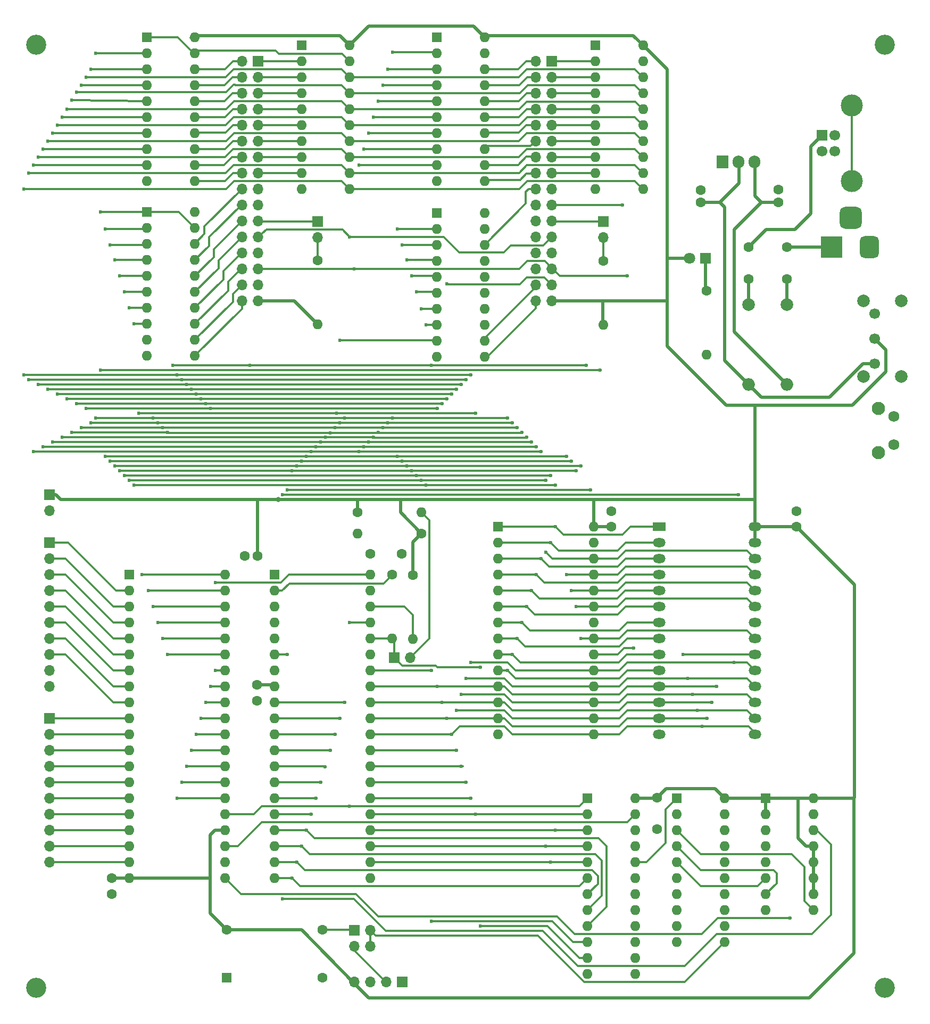
<source format=gbr>
%TF.GenerationSoftware,KiCad,Pcbnew,(5.99.0-7356-g63088e8bdb)*%
%TF.CreationDate,2021-06-15T08:44:57+08:00*%
%TF.ProjectId,MotherBoard,4d6f7468-6572-4426-9f61-72642e6b6963,rev?*%
%TF.SameCoordinates,Original*%
%TF.FileFunction,Copper,L1,Top*%
%TF.FilePolarity,Positive*%
%FSLAX46Y46*%
G04 Gerber Fmt 4.6, Leading zero omitted, Abs format (unit mm)*
G04 Created by KiCad (PCBNEW (5.99.0-7356-g63088e8bdb)) date 2021-06-15 08:44:57*
%MOMM*%
%LPD*%
G01*
G04 APERTURE LIST*
G04 Aperture macros list*
%AMRoundRect*
0 Rectangle with rounded corners*
0 $1 Rounding radius*
0 $2 $3 $4 $5 $6 $7 $8 $9 X,Y pos of 4 corners*
0 Add a 4 corners polygon primitive as box body*
4,1,4,$2,$3,$4,$5,$6,$7,$8,$9,$2,$3,0*
0 Add four circle primitives for the rounded corners*
1,1,$1+$1,$2,$3,0*
1,1,$1+$1,$4,$5,0*
1,1,$1+$1,$6,$7,0*
1,1,$1+$1,$8,$9,0*
0 Add four rect primitives between the rounded corners*
20,1,$1+$1,$2,$3,$4,$5,0*
20,1,$1+$1,$4,$5,$6,$7,0*
20,1,$1+$1,$6,$7,$8,$9,0*
20,1,$1+$1,$8,$9,$2,$3,0*%
G04 Aperture macros list end*
%TA.AperFunction,ComponentPad*%
%ADD10R,1.600000X1.600000*%
%TD*%
%TA.AperFunction,ComponentPad*%
%ADD11O,1.600000X1.600000*%
%TD*%
%TA.AperFunction,ComponentPad*%
%ADD12R,1.700000X1.700000*%
%TD*%
%TA.AperFunction,ComponentPad*%
%ADD13O,1.700000X1.700000*%
%TD*%
%TA.AperFunction,ComponentPad*%
%ADD14C,1.600000*%
%TD*%
%TA.AperFunction,ComponentPad*%
%ADD15C,3.200000*%
%TD*%
%TA.AperFunction,ComponentPad*%
%ADD16C,2.000000*%
%TD*%
%TA.AperFunction,ComponentPad*%
%ADD17O,2.000000X2.000000*%
%TD*%
%TA.AperFunction,ComponentPad*%
%ADD18C,1.700000*%
%TD*%
%TA.AperFunction,ComponentPad*%
%ADD19C,2.100000*%
%TD*%
%TA.AperFunction,ComponentPad*%
%ADD20C,1.750000*%
%TD*%
%TA.AperFunction,ComponentPad*%
%ADD21R,2.000000X1.440000*%
%TD*%
%TA.AperFunction,ComponentPad*%
%ADD22O,2.000000X1.440000*%
%TD*%
%TA.AperFunction,ComponentPad*%
%ADD23R,1.905000X2.000000*%
%TD*%
%TA.AperFunction,ComponentPad*%
%ADD24O,1.905000X2.000000*%
%TD*%
%TA.AperFunction,ComponentPad*%
%ADD25C,3.500000*%
%TD*%
%TA.AperFunction,ComponentPad*%
%ADD26R,3.500000X3.500000*%
%TD*%
%TA.AperFunction,ComponentPad*%
%ADD27RoundRect,0.750000X0.750000X1.000000X-0.750000X1.000000X-0.750000X-1.000000X0.750000X-1.000000X0*%
%TD*%
%TA.AperFunction,ComponentPad*%
%ADD28RoundRect,0.875000X0.875000X0.875000X-0.875000X0.875000X-0.875000X-0.875000X0.875000X-0.875000X0*%
%TD*%
%TA.AperFunction,ComponentPad*%
%ADD29R,1.800000X1.800000*%
%TD*%
%TA.AperFunction,ComponentPad*%
%ADD30C,1.800000*%
%TD*%
%TA.AperFunction,ViaPad*%
%ADD31C,0.800000*%
%TD*%
%TA.AperFunction,ViaPad*%
%ADD32C,0.600000*%
%TD*%
%TA.AperFunction,Conductor*%
%ADD33C,0.500000*%
%TD*%
%TA.AperFunction,Conductor*%
%ADD34C,0.300000*%
%TD*%
G04 APERTURE END LIST*
D10*
%TO.P,U10,1,DIR*%
%TO.N,/DMAB*%
X91821000Y-56769000D03*
D11*
%TO.P,U10,2,A1*%
%TO.N,/A8*%
X91821000Y-59309000D03*
%TO.P,U10,3,A2*%
%TO.N,/A9*%
X91821000Y-61849000D03*
%TO.P,U10,4,A3*%
%TO.N,/A10*%
X91821000Y-64389000D03*
%TO.P,U10,5,A4*%
%TO.N,/A11*%
X91821000Y-66929000D03*
%TO.P,U10,6,A5*%
%TO.N,/A12*%
X91821000Y-69469000D03*
%TO.P,U10,7,A6*%
%TO.N,/A13*%
X91821000Y-72009000D03*
%TO.P,U10,8,A7*%
%TO.N,/A14*%
X91821000Y-74549000D03*
%TO.P,U10,9,A8*%
%TO.N,/A15*%
X91821000Y-77089000D03*
%TO.P,U10,10,GND*%
%TO.N,GND*%
X91821000Y-79629000D03*
%TO.P,U10,11,B8*%
%TO.N,Net-(J3-Pad32)*%
X99441000Y-79629000D03*
%TO.P,U10,12,B7*%
%TO.N,Net-(J3-Pad31)*%
X99441000Y-77089000D03*
%TO.P,U10,13,B6*%
%TO.N,Net-(J3-Pad30)*%
X99441000Y-74549000D03*
%TO.P,U10,14,B5*%
%TO.N,Net-(J3-Pad29)*%
X99441000Y-72009000D03*
%TO.P,U10,15,B4*%
%TO.N,Net-(J3-Pad28)*%
X99441000Y-69469000D03*
%TO.P,U10,16,B3*%
%TO.N,Net-(J3-Pad27)*%
X99441000Y-66929000D03*
%TO.P,U10,17,B2*%
%TO.N,Net-(J3-Pad26)*%
X99441000Y-64389000D03*
%TO.P,U10,18,B1*%
%TO.N,Net-(J3-Pad25)*%
X99441000Y-61849000D03*
%TO.P,U10,19,~OE*%
%TO.N,/PORT2B*%
X99441000Y-59309000D03*
%TO.P,U10,20,VCC*%
%TO.N,+5V*%
X99441000Y-56769000D03*
%TD*%
D12*
%TO.P,J5,1,Pin_1*%
%TO.N,PB0*%
X30225000Y-137160000D03*
D13*
%TO.P,J5,2,Pin_2*%
%TO.N,PB1*%
X30225000Y-139700000D03*
%TO.P,J5,3,Pin_3*%
%TO.N,PB2*%
X30225000Y-142240000D03*
%TO.P,J5,4,Pin_4*%
%TO.N,PB3*%
X30225000Y-144780000D03*
%TO.P,J5,5,Pin_5*%
%TO.N,PB4*%
X30225000Y-147320000D03*
%TO.P,J5,6,Pin_6*%
%TO.N,PB5*%
X30225000Y-149860000D03*
%TO.P,J5,7,Pin_7*%
%TO.N,PB6*%
X30225000Y-152400000D03*
%TO.P,J5,8,Pin_8*%
%TO.N,PB7*%
X30225000Y-154940000D03*
%TO.P,J5,9,Pin_9*%
%TO.N,CB1*%
X30225000Y-157480000D03*
%TO.P,J5,10,Pin_10*%
%TO.N,CB2*%
X30225000Y-160020000D03*
%TD*%
D10*
%TO.P,U3,1,GND*%
%TO.N,GND*%
X42925000Y-114300000D03*
D11*
%TO.P,U3,2,PA0*%
%TO.N,PA0*%
X42925000Y-116840000D03*
%TO.P,U3,3,PA1*%
%TO.N,PA1*%
X42925000Y-119380000D03*
%TO.P,U3,4,PA2*%
%TO.N,PA2*%
X42925000Y-121920000D03*
%TO.P,U3,5,PA3*%
%TO.N,PA3*%
X42925000Y-124460000D03*
%TO.P,U3,6,PA4*%
%TO.N,PA4*%
X42925000Y-127000000D03*
%TO.P,U3,7,PA5*%
%TO.N,PA5*%
X42925000Y-129540000D03*
%TO.P,U3,8,PA6*%
%TO.N,PA6*%
X42925000Y-132080000D03*
%TO.P,U3,9,PA7*%
%TO.N,PA7*%
X42925000Y-134620000D03*
%TO.P,U3,10,PB0*%
%TO.N,PB0*%
X42925000Y-137160000D03*
%TO.P,U3,11,PB1*%
%TO.N,PB1*%
X42925000Y-139700000D03*
%TO.P,U3,12,PB2*%
%TO.N,PB2*%
X42925000Y-142240000D03*
%TO.P,U3,13,PB3*%
%TO.N,PB3*%
X42925000Y-144780000D03*
%TO.P,U3,14,PB4*%
%TO.N,PB4*%
X42925000Y-147320000D03*
%TO.P,U3,15,PB5*%
%TO.N,PB5*%
X42925000Y-149860000D03*
%TO.P,U3,16,PB6*%
%TO.N,PB6*%
X42925000Y-152400000D03*
%TO.P,U3,17,PB7*%
%TO.N,PB7*%
X42925000Y-154940000D03*
%TO.P,U3,18,CB1*%
%TO.N,CB1*%
X42925000Y-157480000D03*
%TO.P,U3,19,CB2*%
%TO.N,CB2*%
X42925000Y-160020000D03*
%TO.P,U3,20,VCC*%
%TO.N,+5V*%
X42925000Y-162560000D03*
%TO.P,U3,21,~IRQ*%
%TO.N,/IRQ1B*%
X58165000Y-162560000D03*
%TO.P,U3,22,R/~W*%
%TO.N,/RW*%
X58165000Y-160020000D03*
%TO.P,U3,23,~CS2*%
%TO.N,/IOCSB*%
X58165000Y-157480000D03*
%TO.P,U3,24,CS1*%
%TO.N,+5V*%
X58165000Y-154940000D03*
%TO.P,U3,25,PHI2*%
%TO.N,CLOCK*%
X58165000Y-152400000D03*
%TO.P,U3,26,D7*%
%TO.N,/D7*%
X58165000Y-149860000D03*
%TO.P,U3,27,D6*%
%TO.N,/D6*%
X58165000Y-147320000D03*
%TO.P,U3,28,D5*%
%TO.N,/D5*%
X58165000Y-144780000D03*
%TO.P,U3,29,D4*%
%TO.N,/D4*%
X58165000Y-142240000D03*
%TO.P,U3,30,D3*%
%TO.N,/D3*%
X58165000Y-139700000D03*
%TO.P,U3,31,D2*%
%TO.N,/D2*%
X58165000Y-137160000D03*
%TO.P,U3,32,D1*%
%TO.N,/D1*%
X58165000Y-134620000D03*
%TO.P,U3,33,D0*%
%TO.N,/D0*%
X58165000Y-132080000D03*
%TO.P,U3,34,~RESET*%
%TO.N,RESET*%
X58165000Y-129540000D03*
%TO.P,U3,35,RS3*%
%TO.N,/A3*%
X58165000Y-127000000D03*
%TO.P,U3,36,RS2*%
%TO.N,/A2*%
X58165000Y-124460000D03*
%TO.P,U3,37,RS1*%
%TO.N,/A1*%
X58165000Y-121920000D03*
%TO.P,U3,38,RS0*%
%TO.N,/A0*%
X58165000Y-119380000D03*
%TO.P,U3,39,CA2*%
%TO.N,CA2*%
X58165000Y-116840000D03*
%TO.P,U3,40,CA1*%
%TO.N,CA1*%
X58165000Y-114300000D03*
%TD*%
D10*
%TO.P,U14,1,G1*%
%TO.N,/PORT1B*%
X45678775Y-28829000D03*
D11*
%TO.P,U14,2,A0*%
%TO.N,/A0*%
X45678775Y-31369000D03*
%TO.P,U14,3,A1*%
%TO.N,/A1*%
X45678775Y-33909000D03*
%TO.P,U14,4,A2*%
%TO.N,/A2*%
X45678775Y-36449000D03*
%TO.P,U14,5,A3*%
%TO.N,/A3*%
X45678775Y-38989000D03*
%TO.P,U14,6,A4*%
%TO.N,/A4*%
X45678775Y-41529000D03*
%TO.P,U14,7,A5*%
%TO.N,/A5*%
X45678775Y-44069000D03*
%TO.P,U14,8,A6*%
%TO.N,/A6*%
X45678775Y-46609000D03*
%TO.P,U14,9,A7*%
%TO.N,/A7*%
X45678775Y-49149000D03*
%TO.P,U14,10,GND*%
%TO.N,GND*%
X45678775Y-51689000D03*
%TO.P,U14,11,Y7*%
%TO.N,Net-(J4-Pad24)*%
X53298775Y-51689000D03*
%TO.P,U14,12,Y6*%
%TO.N,Net-(J4-Pad23)*%
X53298775Y-49149000D03*
%TO.P,U14,13,Y5*%
%TO.N,Net-(J4-Pad22)*%
X53298775Y-46609000D03*
%TO.P,U14,14,Y4*%
%TO.N,Net-(J4-Pad21)*%
X53298775Y-44069000D03*
%TO.P,U14,15,Y3*%
%TO.N,Net-(J4-Pad20)*%
X53298775Y-41529000D03*
%TO.P,U14,16,Y2*%
%TO.N,Net-(J4-Pad19)*%
X53298775Y-38989000D03*
%TO.P,U14,17,Y1*%
%TO.N,Net-(J4-Pad18)*%
X53298775Y-36449000D03*
%TO.P,U14,18,Y0*%
%TO.N,Net-(J4-Pad17)*%
X53298775Y-33909000D03*
%TO.P,U14,19,G2*%
%TO.N,/PORT1B*%
X53298775Y-31369000D03*
%TO.P,U14,20,VCC*%
%TO.N,+5V*%
X53298775Y-28829000D03*
%TD*%
D12*
%TO.P,J2,1,Pin_1*%
%TO.N,PA0*%
X30225000Y-109220000D03*
D13*
%TO.P,J2,2,Pin_2*%
%TO.N,PA1*%
X30225000Y-111760000D03*
%TO.P,J2,3,Pin_3*%
%TO.N,PA2*%
X30225000Y-114300000D03*
%TO.P,J2,4,Pin_4*%
%TO.N,PA3*%
X30225000Y-116840000D03*
%TO.P,J2,5,Pin_5*%
%TO.N,PA4*%
X30225000Y-119380000D03*
%TO.P,J2,6,Pin_6*%
%TO.N,PA5*%
X30225000Y-121920000D03*
%TO.P,J2,7,Pin_7*%
%TO.N,PA6*%
X30225000Y-124460000D03*
%TO.P,J2,8,Pin_8*%
%TO.N,PA7*%
X30225000Y-127000000D03*
%TO.P,J2,9,Pin_9*%
%TO.N,CA1*%
X30225000Y-129540000D03*
%TO.P,J2,10,Pin_10*%
%TO.N,CA2*%
X30225000Y-132080000D03*
%TD*%
D10*
%TO.P,U4,1,A14*%
%TO.N,/A14*%
X101600000Y-106680000D03*
D11*
%TO.P,U4,2,A12*%
%TO.N,/A12*%
X101600000Y-109220000D03*
%TO.P,U4,3,A7*%
%TO.N,/A7*%
X101600000Y-111760000D03*
%TO.P,U4,4,A6*%
%TO.N,/A6*%
X101600000Y-114300000D03*
%TO.P,U4,5,A5*%
%TO.N,/A5*%
X101600000Y-116840000D03*
%TO.P,U4,6,A4*%
%TO.N,/A4*%
X101600000Y-119380000D03*
%TO.P,U4,7,A3*%
%TO.N,/A3*%
X101600000Y-121920000D03*
%TO.P,U4,8,A2*%
%TO.N,/A2*%
X101600000Y-124460000D03*
%TO.P,U4,9,A1*%
%TO.N,/A1*%
X101600000Y-127000000D03*
%TO.P,U4,10,A0*%
%TO.N,/A0*%
X101600000Y-129540000D03*
%TO.P,U4,11,Q0*%
%TO.N,/D0*%
X101600000Y-132080000D03*
%TO.P,U4,12,Q1*%
%TO.N,/D1*%
X101600000Y-134620000D03*
%TO.P,U4,13,Q2*%
%TO.N,/D2*%
X101600000Y-137160000D03*
%TO.P,U4,14,GND*%
%TO.N,GND*%
X101600000Y-139700000D03*
%TO.P,U4,15,Q3*%
%TO.N,/D3*%
X116840000Y-139700000D03*
%TO.P,U4,16,Q4*%
%TO.N,/D4*%
X116840000Y-137160000D03*
%TO.P,U4,17,Q5*%
%TO.N,/D5*%
X116840000Y-134620000D03*
%TO.P,U4,18,Q6*%
%TO.N,/D6*%
X116840000Y-132080000D03*
%TO.P,U4,19,Q7*%
%TO.N,/D7*%
X116840000Y-129540000D03*
%TO.P,U4,20,~CS*%
%TO.N,/RAMCSB*%
X116840000Y-127000000D03*
%TO.P,U4,21,A10*%
%TO.N,/A10*%
X116840000Y-124460000D03*
%TO.P,U4,22,~OE*%
%TO.N,GND*%
X116840000Y-121920000D03*
%TO.P,U4,23,A11*%
%TO.N,/A11*%
X116840000Y-119380000D03*
%TO.P,U4,24,A9*%
%TO.N,/A9*%
X116840000Y-116840000D03*
%TO.P,U4,25,A8*%
%TO.N,/A8*%
X116840000Y-114300000D03*
%TO.P,U4,26,A13*%
%TO.N,/A13*%
X116840000Y-111760000D03*
%TO.P,U4,27,~WE*%
%TO.N,/RW*%
X116840000Y-109220000D03*
%TO.P,U4,28,VCC*%
%TO.N,+5V*%
X116840000Y-106680000D03*
%TD*%
D10*
%TO.P,X1,1,NC*%
%TO.N,N/C*%
X58420000Y-178383903D03*
D14*
%TO.P,X1,7,GND*%
%TO.N,GND*%
X73660000Y-178383903D03*
%TO.P,X1,8,OUT*%
%TO.N,Net-(J9-Pad1)*%
X73660000Y-170763903D03*
%TO.P,X1,14,Vcc*%
%TO.N,+5V*%
X58420000Y-170763903D03*
%TD*%
%TO.P,C2,1*%
%TO.N,Net-(C2-Pad1)*%
X133858000Y-55118000D03*
%TO.P,C2,2*%
%TO.N,GND*%
X133858000Y-53118000D03*
%TD*%
%TO.P,C1,1*%
%TO.N,Net-(C1-Pad1)*%
X146163230Y-55082180D03*
%TO.P,C1,2*%
%TO.N,GND*%
X146163230Y-53082180D03*
%TD*%
%TO.P,F2,1*%
%TO.N,Net-(F2-Pad1)*%
X141478000Y-62230000D03*
%TO.P,F2,2*%
%TO.N,Net-(F2-Pad2)*%
X141478000Y-67310000D03*
%TD*%
D15*
%TO.P,H4,1,1*%
%TO.N,GND*%
X163116157Y-180000000D03*
%TD*%
D12*
%TO.P,J11,1,Pin_1*%
%TO.N,/DMAB*%
X85090000Y-127508000D03*
D13*
%TO.P,J11,2,Pin_2*%
%TO.N,Net-(J11-Pad2)*%
X87630000Y-127508000D03*
%TD*%
D14*
%TO.P,R4,1*%
%TO.N,Net-(D1-Pad1)*%
X134738737Y-69140458D03*
D11*
%TO.P,R4,2*%
%TO.N,GND*%
X134738737Y-79300458D03*
%TD*%
D10*
%TO.P,U13,1,G1*%
%TO.N,/PORT1B*%
X45741129Y-56646652D03*
D11*
%TO.P,U13,2,A0*%
%TO.N,/A8*%
X45741129Y-59186652D03*
%TO.P,U13,3,A1*%
%TO.N,/A9*%
X45741129Y-61726652D03*
%TO.P,U13,4,A2*%
%TO.N,/A10*%
X45741129Y-64266652D03*
%TO.P,U13,5,A3*%
%TO.N,/A11*%
X45741129Y-66806652D03*
%TO.P,U13,6,A4*%
%TO.N,/A12*%
X45741129Y-69346652D03*
%TO.P,U13,7,A5*%
%TO.N,/A13*%
X45741129Y-71886652D03*
%TO.P,U13,8,A6*%
%TO.N,/A14*%
X45741129Y-74426652D03*
%TO.P,U13,9,A7*%
%TO.N,/A15*%
X45741129Y-76966652D03*
%TO.P,U13,10,GND*%
%TO.N,GND*%
X45741129Y-79506652D03*
%TO.P,U13,11,Y7*%
%TO.N,Net-(J4-Pad32)*%
X53361129Y-79506652D03*
%TO.P,U13,12,Y6*%
%TO.N,Net-(J4-Pad31)*%
X53361129Y-76966652D03*
%TO.P,U13,13,Y5*%
%TO.N,Net-(J4-Pad30)*%
X53361129Y-74426652D03*
%TO.P,U13,14,Y4*%
%TO.N,Net-(J4-Pad29)*%
X53361129Y-71886652D03*
%TO.P,U13,15,Y3*%
%TO.N,Net-(J4-Pad28)*%
X53361129Y-69346652D03*
%TO.P,U13,16,Y2*%
%TO.N,Net-(J4-Pad27)*%
X53361129Y-66806652D03*
%TO.P,U13,17,Y1*%
%TO.N,Net-(J4-Pad26)*%
X53361129Y-64266652D03*
%TO.P,U13,18,Y0*%
%TO.N,Net-(J4-Pad25)*%
X53361129Y-61726652D03*
%TO.P,U13,19,G2*%
%TO.N,/PORT1B*%
X53361129Y-59186652D03*
%TO.P,U13,20,VCC*%
%TO.N,+5V*%
X53361129Y-56646652D03*
%TD*%
D16*
%TO.P,FB2,1*%
%TO.N,Net-(F2-Pad2)*%
X141478000Y-71374000D03*
D17*
%TO.P,FB2,2*%
%TO.N,Net-(C2-Pad1)*%
X141478000Y-84074000D03*
%TD*%
D16*
%TO.P,SW2,*%
%TO.N,*%
X159794000Y-82772000D03*
X165794000Y-82772000D03*
X159794000Y-70772000D03*
X165794000Y-70772000D03*
D18*
%TO.P,SW2,1,A*%
%TO.N,Net-(C2-Pad1)*%
X161544000Y-80772000D03*
%TO.P,SW2,2,B*%
%TO.N,+5V*%
X161544000Y-76772000D03*
%TO.P,SW2,3*%
%TO.N,N/C*%
X161544000Y-72772000D03*
%TD*%
D12*
%TO.P,J12,1,Pin_1*%
%TO.N,/NMIB*%
X118364000Y-58166000D03*
D13*
%TO.P,J12,2,Pin_2*%
%TO.N,Net-(J12-Pad2)*%
X118364000Y-60706000D03*
%TD*%
D14*
%TO.P,R5,1*%
%TO.N,Net-(R5-Pad1)*%
X84720000Y-114300000D03*
D11*
%TO.P,R5,2*%
%TO.N,/DMAB*%
X84720000Y-124460000D03*
%TD*%
D10*
%TO.P,U11,1,DIR*%
%TO.N,/DMARW*%
X117094000Y-30099000D03*
D11*
%TO.P,U11,2,A1*%
%TO.N,Net-(J3-Pad1)*%
X117094000Y-32639000D03*
%TO.P,U11,3,A2*%
%TO.N,Net-(J3-Pad2)*%
X117094000Y-35179000D03*
%TO.P,U11,4,A3*%
%TO.N,Net-(J3-Pad3)*%
X117094000Y-37719000D03*
%TO.P,U11,5,A4*%
%TO.N,Net-(J3-Pad4)*%
X117094000Y-40259000D03*
%TO.P,U11,6,A5*%
%TO.N,Net-(J3-Pad5)*%
X117094000Y-42799000D03*
%TO.P,U11,7,A6*%
%TO.N,Net-(J3-Pad6)*%
X117094000Y-45339000D03*
%TO.P,U11,8,A7*%
%TO.N,Net-(J3-Pad7)*%
X117094000Y-47879000D03*
%TO.P,U11,9,A8*%
%TO.N,Net-(J3-Pad8)*%
X117094000Y-50419000D03*
%TO.P,U11,10,GND*%
%TO.N,GND*%
X117094000Y-52959000D03*
%TO.P,U11,11,B8*%
%TO.N,/D7*%
X124714000Y-52959000D03*
%TO.P,U11,12,B7*%
%TO.N,/D6*%
X124714000Y-50419000D03*
%TO.P,U11,13,B6*%
%TO.N,/D5*%
X124714000Y-47879000D03*
%TO.P,U11,14,B5*%
%TO.N,/D4*%
X124714000Y-45339000D03*
%TO.P,U11,15,B4*%
%TO.N,/D3*%
X124714000Y-42799000D03*
%TO.P,U11,16,B3*%
%TO.N,/D2*%
X124714000Y-40259000D03*
%TO.P,U11,17,B2*%
%TO.N,/D1*%
X124714000Y-37719000D03*
%TO.P,U11,18,B1*%
%TO.N,/D0*%
X124714000Y-35179000D03*
%TO.P,U11,19,~OE*%
%TO.N,/PORT2B*%
X124714000Y-32639000D03*
%TO.P,U11,20,VCC*%
%TO.N,+5V*%
X124714000Y-30099000D03*
%TD*%
D12*
%TO.P,J3,1,Pin_1*%
%TO.N,Net-(J3-Pad1)*%
X110110000Y-32644000D03*
D13*
%TO.P,J3,2,Pin_2*%
%TO.N,Net-(J3-Pad2)*%
X110110000Y-35184000D03*
%TO.P,J3,3,Pin_3*%
%TO.N,Net-(J3-Pad3)*%
X110110000Y-37724000D03*
%TO.P,J3,4,Pin_4*%
%TO.N,Net-(J3-Pad4)*%
X110110000Y-40264000D03*
%TO.P,J3,5,Pin_5*%
%TO.N,Net-(J3-Pad5)*%
X110110000Y-42804000D03*
%TO.P,J3,6,Pin_6*%
%TO.N,Net-(J3-Pad6)*%
X110110000Y-45344000D03*
%TO.P,J3,7,Pin_7*%
%TO.N,Net-(J3-Pad7)*%
X110110000Y-47884000D03*
%TO.P,J3,8,Pin_8*%
%TO.N,Net-(J3-Pad8)*%
X110110000Y-50424000D03*
%TO.P,J3,9,Pin_9*%
%TO.N,/RW*%
X110110000Y-52964000D03*
%TO.P,J3,10,Pin_10*%
%TO.N,/PORT2B*%
X110110000Y-55504000D03*
%TO.P,J3,11,Pin_11*%
%TO.N,/NMIB*%
X110110000Y-58044000D03*
%TO.P,J3,12,Pin_12*%
%TO.N,CLOCK*%
X110110000Y-60584000D03*
%TO.P,J3,13,Pin_13*%
%TO.N,GND*%
X110110000Y-63124000D03*
%TO.P,J3,14,Pin_14*%
%TO.N,RESET*%
X110110000Y-65664000D03*
%TO.P,J3,15,Pin_15*%
%TO.N,/DMAB*%
X110110000Y-68204000D03*
%TO.P,J3,16,Pin_16*%
%TO.N,+5V*%
X110110000Y-70744000D03*
%TO.P,J3,17,Pin_17*%
%TO.N,Net-(J3-Pad17)*%
X107570000Y-32644000D03*
%TO.P,J3,18,Pin_18*%
%TO.N,Net-(J3-Pad18)*%
X107570000Y-35184000D03*
%TO.P,J3,19,Pin_19*%
%TO.N,Net-(J3-Pad19)*%
X107570000Y-37724000D03*
%TO.P,J3,20,Pin_20*%
%TO.N,Net-(J3-Pad20)*%
X107570000Y-40264000D03*
%TO.P,J3,21,Pin_21*%
%TO.N,Net-(J3-Pad21)*%
X107570000Y-42804000D03*
%TO.P,J3,22,Pin_22*%
%TO.N,Net-(J3-Pad22)*%
X107570000Y-45344000D03*
%TO.P,J3,23,Pin_23*%
%TO.N,Net-(J3-Pad23)*%
X107570000Y-47884000D03*
%TO.P,J3,24,Pin_24*%
%TO.N,Net-(J3-Pad24)*%
X107570000Y-50424000D03*
%TO.P,J3,25,Pin_25*%
%TO.N,Net-(J3-Pad25)*%
X107570000Y-52964000D03*
%TO.P,J3,26,Pin_26*%
%TO.N,Net-(J3-Pad26)*%
X107570000Y-55504000D03*
%TO.P,J3,27,Pin_27*%
%TO.N,Net-(J3-Pad27)*%
X107570000Y-58044000D03*
%TO.P,J3,28,Pin_28*%
%TO.N,Net-(J3-Pad28)*%
X107570000Y-60584000D03*
%TO.P,J3,29,Pin_29*%
%TO.N,Net-(J3-Pad29)*%
X107570000Y-63124000D03*
%TO.P,J3,30,Pin_30*%
%TO.N,Net-(J3-Pad30)*%
X107570000Y-65664000D03*
%TO.P,J3,31,Pin_31*%
%TO.N,Net-(J3-Pad31)*%
X107570000Y-68204000D03*
%TO.P,J3,32,Pin_32*%
%TO.N,Net-(J3-Pad32)*%
X107570000Y-70744000D03*
%TD*%
D19*
%TO.P,SW1,*%
%TO.N,*%
X162102000Y-87904000D03*
X162102000Y-94914000D03*
D20*
%TO.P,SW1,1,1*%
%TO.N,RESET*%
X164592000Y-89154000D03*
%TO.P,SW1,2,2*%
%TO.N,GND*%
X164592000Y-93654000D03*
%TD*%
D10*
%TO.P,U8,1,CLK*%
%TO.N,CLOCK*%
X115824000Y-149860000D03*
D11*
%TO.P,U8,2,I0*%
%TO.N,/A15*%
X115824000Y-152400000D03*
%TO.P,U8,3,I1*%
%TO.N,/A14*%
X115824000Y-154940000D03*
%TO.P,U8,4,I2*%
%TO.N,/A13*%
X115824000Y-157480000D03*
%TO.P,U8,5,I3*%
%TO.N,/A12*%
X115824000Y-160020000D03*
%TO.P,U8,6,I4*%
%TO.N,/A11*%
X115824000Y-162560000D03*
%TO.P,U8,7,I5*%
%TO.N,/A10*%
X115824000Y-165100000D03*
%TO.P,U8,8,I6*%
%TO.N,/A9*%
X115824000Y-167640000D03*
%TO.P,U8,9,I7*%
%TO.N,/A8*%
X115824000Y-170180000D03*
%TO.P,U8,10,I8*%
%TO.N,/RW*%
X115824000Y-172720000D03*
%TO.P,U8,11,I9*%
%TO.N,/DMAB*%
X115824000Y-175260000D03*
%TO.P,U8,12,GND*%
%TO.N,GND*%
X115824000Y-177800000D03*
%TO.P,U8,13,~OE~*%
X123444000Y-177800000D03*
%TO.P,U8,14,O9*%
%TO.N,N/C*%
X123444000Y-175260000D03*
%TO.P,U8,15,O8*%
X123444000Y-172720000D03*
%TO.P,U8,16,O7*%
X123444000Y-170180000D03*
%TO.P,U8,17,O6*%
%TO.N,/DMARW*%
X123444000Y-167640000D03*
%TO.P,U8,18,O5*%
%TO.N,/ROMCSB*%
X123444000Y-165100000D03*
%TO.P,U8,19,O4*%
%TO.N,/RAMCSB*%
X123444000Y-162560000D03*
%TO.P,U8,20,O3*%
%TO.N,Net-(U7-Pad1)*%
X123444000Y-160020000D03*
%TO.P,U8,21,O2*%
%TO.N,/PORT2B*%
X123444000Y-157480000D03*
%TO.P,U8,22,O1*%
%TO.N,/PORT1B*%
X123444000Y-154940000D03*
%TO.P,U8,23,O0*%
%TO.N,/IOCSB*%
X123444000Y-152400000D03*
%TO.P,U8,24,VCC*%
%TO.N,+5V*%
X123444000Y-149860000D03*
%TD*%
D12*
%TO.P,J6,1,Pin_1*%
%TO.N,RESET*%
X86310000Y-179044000D03*
D13*
%TO.P,J6,2,Pin_2*%
%TO.N,ECLOCK*%
X83770000Y-179044000D03*
%TO.P,J6,3,Pin_3*%
%TO.N,GND*%
X81230000Y-179044000D03*
%TO.P,J6,4,Pin_4*%
%TO.N,+5V*%
X78690000Y-179044000D03*
%TD*%
D21*
%TO.P,U2,1,A14*%
%TO.N,/A14*%
X127254000Y-106680000D03*
D22*
%TO.P,U2,2,A12*%
%TO.N,/A12*%
X127254000Y-109220000D03*
%TO.P,U2,3,A7*%
%TO.N,/A7*%
X127254000Y-111760000D03*
%TO.P,U2,4,A6*%
%TO.N,/A6*%
X127254000Y-114300000D03*
%TO.P,U2,5,A5*%
%TO.N,/A5*%
X127254000Y-116840000D03*
%TO.P,U2,6,A4*%
%TO.N,/A4*%
X127254000Y-119380000D03*
%TO.P,U2,7,A3*%
%TO.N,/A3*%
X127254000Y-121920000D03*
%TO.P,U2,8,A2*%
%TO.N,/A2*%
X127254000Y-124460000D03*
%TO.P,U2,9,A1*%
%TO.N,/A1*%
X127254000Y-127000000D03*
%TO.P,U2,10,A0*%
%TO.N,/A0*%
X127254000Y-129540000D03*
%TO.P,U2,11,D0*%
%TO.N,/D0*%
X127254000Y-132080000D03*
%TO.P,U2,12,D1*%
%TO.N,/D1*%
X127254000Y-134620000D03*
%TO.P,U2,13,D2*%
%TO.N,/D2*%
X127254000Y-137160000D03*
%TO.P,U2,14,GND*%
%TO.N,GND*%
X127254000Y-139700000D03*
%TO.P,U2,15,D3*%
%TO.N,/D3*%
X142494000Y-139700000D03*
%TO.P,U2,16,D4*%
%TO.N,/D4*%
X142494000Y-137160000D03*
%TO.P,U2,17,D5*%
%TO.N,/D5*%
X142494000Y-134620000D03*
%TO.P,U2,18,D6*%
%TO.N,/D6*%
X142494000Y-132080000D03*
%TO.P,U2,19,D7*%
%TO.N,/D7*%
X142494000Y-129540000D03*
%TO.P,U2,20,~CS*%
%TO.N,/ROMCSB*%
X142494000Y-127000000D03*
%TO.P,U2,21,A10*%
%TO.N,/A10*%
X142494000Y-124460000D03*
%TO.P,U2,22,~OE*%
%TO.N,GND*%
X142494000Y-121920000D03*
%TO.P,U2,23,A11*%
%TO.N,/A11*%
X142494000Y-119380000D03*
%TO.P,U2,24,A9*%
%TO.N,/A9*%
X142494000Y-116840000D03*
%TO.P,U2,25,A8*%
%TO.N,/A8*%
X142494000Y-114300000D03*
%TO.P,U2,26,A13*%
%TO.N,/A13*%
X142494000Y-111760000D03*
%TO.P,U2,27,~WE*%
%TO.N,+5V*%
X142494000Y-109220000D03*
%TO.P,U2,28,VCC*%
X142494000Y-106680000D03*
%TD*%
D14*
%TO.P,C6,1*%
%TO.N,+5V*%
X149098000Y-106680000D03*
%TO.P,C6,2*%
%TO.N,GND*%
X149098000Y-104180000D03*
%TD*%
D15*
%TO.P,H3,1,1*%
%TO.N,GND*%
X28116157Y-180000000D03*
%TD*%
D14*
%TO.P,C5,1*%
%TO.N,+5V*%
X40148000Y-162560000D03*
%TO.P,C5,2*%
%TO.N,GND*%
X40148000Y-165060000D03*
%TD*%
D23*
%TO.P,U1,1,GND*%
%TO.N,GND*%
X137281817Y-48628617D03*
D24*
%TO.P,U1,2,VO*%
%TO.N,Net-(C2-Pad1)*%
X139821817Y-48628617D03*
%TO.P,U1,3,VI*%
%TO.N,Net-(C1-Pad1)*%
X142361817Y-48628617D03*
%TD*%
D12*
%TO.P,J4,1,Pin_1*%
%TO.N,Net-(J4-Pad1)*%
X63410000Y-32644000D03*
D13*
%TO.P,J4,2,Pin_2*%
%TO.N,Net-(J4-Pad2)*%
X63410000Y-35184000D03*
%TO.P,J4,3,Pin_3*%
%TO.N,Net-(J4-Pad3)*%
X63410000Y-37724000D03*
%TO.P,J4,4,Pin_4*%
%TO.N,Net-(J4-Pad4)*%
X63410000Y-40264000D03*
%TO.P,J4,5,Pin_5*%
%TO.N,Net-(J4-Pad5)*%
X63410000Y-42804000D03*
%TO.P,J4,6,Pin_6*%
%TO.N,Net-(J4-Pad6)*%
X63410000Y-45344000D03*
%TO.P,J4,7,Pin_7*%
%TO.N,Net-(J4-Pad7)*%
X63410000Y-47884000D03*
%TO.P,J4,8,Pin_8*%
%TO.N,Net-(J4-Pad8)*%
X63410000Y-50424000D03*
%TO.P,J4,9,Pin_9*%
%TO.N,/RW*%
X63410000Y-52964000D03*
%TO.P,J4,10,Pin_10*%
%TO.N,/PORT1B*%
X63410000Y-55504000D03*
%TO.P,J4,11,Pin_11*%
%TO.N,/IRQ0B*%
X63410000Y-58044000D03*
%TO.P,J4,12,Pin_12*%
%TO.N,CLOCK*%
X63410000Y-60584000D03*
%TO.P,J4,13,Pin_13*%
%TO.N,GND*%
X63410000Y-63124000D03*
%TO.P,J4,14,Pin_14*%
%TO.N,RESET*%
X63410000Y-65664000D03*
%TO.P,J4,15,Pin_15*%
%TO.N,GND*%
X63410000Y-68204000D03*
%TO.P,J4,16,Pin_16*%
%TO.N,+5V*%
X63410000Y-70744000D03*
%TO.P,J4,17,Pin_17*%
%TO.N,Net-(J4-Pad17)*%
X60870000Y-32644000D03*
%TO.P,J4,18,Pin_18*%
%TO.N,Net-(J4-Pad18)*%
X60870000Y-35184000D03*
%TO.P,J4,19,Pin_19*%
%TO.N,Net-(J4-Pad19)*%
X60870000Y-37724000D03*
%TO.P,J4,20,Pin_20*%
%TO.N,Net-(J4-Pad20)*%
X60870000Y-40264000D03*
%TO.P,J4,21,Pin_21*%
%TO.N,Net-(J4-Pad21)*%
X60870000Y-42804000D03*
%TO.P,J4,22,Pin_22*%
%TO.N,Net-(J4-Pad22)*%
X60870000Y-45344000D03*
%TO.P,J4,23,Pin_23*%
%TO.N,Net-(J4-Pad23)*%
X60870000Y-47884000D03*
%TO.P,J4,24,Pin_24*%
%TO.N,Net-(J4-Pad24)*%
X60870000Y-50424000D03*
%TO.P,J4,25,Pin_25*%
%TO.N,Net-(J4-Pad25)*%
X60870000Y-52964000D03*
%TO.P,J4,26,Pin_26*%
%TO.N,Net-(J4-Pad26)*%
X60870000Y-55504000D03*
%TO.P,J4,27,Pin_27*%
%TO.N,Net-(J4-Pad27)*%
X60870000Y-58044000D03*
%TO.P,J4,28,Pin_28*%
%TO.N,Net-(J4-Pad28)*%
X60870000Y-60584000D03*
%TO.P,J4,29,Pin_29*%
%TO.N,Net-(J4-Pad29)*%
X60870000Y-63124000D03*
%TO.P,J4,30,Pin_30*%
%TO.N,Net-(J4-Pad30)*%
X60870000Y-65664000D03*
%TO.P,J4,31,Pin_31*%
%TO.N,Net-(J4-Pad31)*%
X60870000Y-68204000D03*
%TO.P,J4,32,Pin_32*%
%TO.N,Net-(J4-Pad32)*%
X60870000Y-70744000D03*
%TD*%
D16*
%TO.P,FB1,1*%
%TO.N,Net-(F1-Pad2)*%
X147574000Y-71374000D03*
D17*
%TO.P,FB1,2*%
%TO.N,Net-(C1-Pad1)*%
X147574000Y-84074000D03*
%TD*%
D14*
%TO.P,C8,1*%
%TO.N,RESET*%
X81245260Y-110980121D03*
%TO.P,C8,2*%
%TO.N,GND*%
X86245260Y-110980121D03*
%TD*%
%TO.P,C7,1*%
%TO.N,+5V*%
X119651000Y-106680000D03*
%TO.P,C7,2*%
%TO.N,GND*%
X119651000Y-104180000D03*
%TD*%
D12*
%TO.P,J13,1,VBUS*%
%TO.N,Net-(F2-Pad1)*%
X153162000Y-44450000D03*
D18*
%TO.P,J13,2,D-*%
%TO.N,N/C*%
X153162000Y-46950000D03*
%TO.P,J13,3,D+*%
X155162000Y-46950000D03*
%TO.P,J13,4,GND*%
%TO.N,GND*%
X155162000Y-44450000D03*
D25*
%TO.P,J13,5,Shield*%
%TO.N,no_connect_129*%
X157872000Y-39680000D03*
X157872000Y-51720000D03*
%TD*%
D14*
%TO.P,F1,1*%
%TO.N,Net-(F1-Pad1)*%
X147574000Y-62230000D03*
%TO.P,F1,2*%
%TO.N,Net-(F1-Pad2)*%
X147574000Y-67310000D03*
%TD*%
D15*
%TO.P,H2,1,1*%
%TO.N,GND*%
X28116157Y-30000000D03*
%TD*%
D14*
%TO.P,C4,1*%
%TO.N,+5V*%
X63263000Y-131844000D03*
%TO.P,C4,2*%
%TO.N,GND*%
X63263000Y-134344000D03*
%TD*%
D26*
%TO.P,J1,1*%
%TO.N,Net-(F1-Pad1)*%
X154686000Y-62230000D03*
D27*
%TO.P,J1,2*%
%TO.N,GND*%
X160686000Y-62230000D03*
D28*
%TO.P,J1,3*%
%TO.N,N/C*%
X157686000Y-57530000D03*
%TD*%
D29*
%TO.P,D1,1,K*%
%TO.N,Net-(D1-Pad1)*%
X134620000Y-64008000D03*
D30*
%TO.P,D1,2,A*%
%TO.N,+5V*%
X132080000Y-64008000D03*
%TD*%
D14*
%TO.P,R6,1*%
%TO.N,Net-(J14-Pad2)*%
X72898000Y-64324359D03*
D11*
%TO.P,R6,2*%
%TO.N,+5V*%
X72898000Y-74484359D03*
%TD*%
D12*
%TO.P,J10,1,Pin_1*%
%TO.N,+5V*%
X30225000Y-101600000D03*
D13*
%TO.P,J10,2,Pin_2*%
%TO.N,GND*%
X30225000Y-104140000D03*
%TD*%
D10*
%TO.P,U12,1,DIR*%
%TO.N,/RW*%
X70359853Y-30083285D03*
D11*
%TO.P,U12,2,A1*%
%TO.N,Net-(J4-Pad1)*%
X70359853Y-32623285D03*
%TO.P,U12,3,A2*%
%TO.N,Net-(J4-Pad2)*%
X70359853Y-35163285D03*
%TO.P,U12,4,A3*%
%TO.N,Net-(J4-Pad3)*%
X70359853Y-37703285D03*
%TO.P,U12,5,A4*%
%TO.N,Net-(J4-Pad4)*%
X70359853Y-40243285D03*
%TO.P,U12,6,A5*%
%TO.N,Net-(J4-Pad5)*%
X70359853Y-42783285D03*
%TO.P,U12,7,A6*%
%TO.N,Net-(J4-Pad6)*%
X70359853Y-45323285D03*
%TO.P,U12,8,A7*%
%TO.N,Net-(J4-Pad7)*%
X70359853Y-47863285D03*
%TO.P,U12,9,A8*%
%TO.N,Net-(J4-Pad8)*%
X70359853Y-50403285D03*
%TO.P,U12,10,GND*%
%TO.N,GND*%
X70359853Y-52943285D03*
%TO.P,U12,11,B8*%
%TO.N,/D7*%
X77979853Y-52943285D03*
%TO.P,U12,12,B7*%
%TO.N,/D6*%
X77979853Y-50403285D03*
%TO.P,U12,13,B6*%
%TO.N,/D5*%
X77979853Y-47863285D03*
%TO.P,U12,14,B5*%
%TO.N,/D4*%
X77979853Y-45323285D03*
%TO.P,U12,15,B4*%
%TO.N,/D3*%
X77979853Y-42783285D03*
%TO.P,U12,16,B3*%
%TO.N,/D2*%
X77979853Y-40243285D03*
%TO.P,U12,17,B2*%
%TO.N,/D1*%
X77979853Y-37703285D03*
%TO.P,U12,18,B1*%
%TO.N,/D0*%
X77979853Y-35163285D03*
%TO.P,U12,19,~OE*%
%TO.N,/PORT1B*%
X77979853Y-32623285D03*
%TO.P,U12,20,VCC*%
%TO.N,+5V*%
X77979853Y-30083285D03*
%TD*%
D14*
%TO.P,R2,1*%
%TO.N,+5V*%
X88016423Y-114366561D03*
D11*
%TO.P,R2,2*%
%TO.N,Net-(R2-Pad2)*%
X88016423Y-124526561D03*
%TD*%
D15*
%TO.P,H1,1,1*%
%TO.N,GND*%
X163116157Y-30000000D03*
%TD*%
D14*
%TO.P,R7,1*%
%TO.N,+5V*%
X79248000Y-104394000D03*
D11*
%TO.P,R7,2*%
%TO.N,Net-(J11-Pad2)*%
X89408000Y-104394000D03*
%TD*%
D10*
%TO.P,U9,1,DIR*%
%TO.N,/DMAB*%
X91821000Y-28829000D03*
D11*
%TO.P,U9,2,A1*%
%TO.N,/A0*%
X91821000Y-31369000D03*
%TO.P,U9,3,A2*%
%TO.N,/A1*%
X91821000Y-33909000D03*
%TO.P,U9,4,A3*%
%TO.N,/A2*%
X91821000Y-36449000D03*
%TO.P,U9,5,A4*%
%TO.N,/A3*%
X91821000Y-38989000D03*
%TO.P,U9,6,A5*%
%TO.N,/A4*%
X91821000Y-41529000D03*
%TO.P,U9,7,A6*%
%TO.N,/A5*%
X91821000Y-44069000D03*
%TO.P,U9,8,A7*%
%TO.N,/A6*%
X91821000Y-46609000D03*
%TO.P,U9,9,A8*%
%TO.N,/A7*%
X91821000Y-49149000D03*
%TO.P,U9,10,GND*%
%TO.N,GND*%
X91821000Y-51689000D03*
%TO.P,U9,11,B8*%
%TO.N,Net-(J3-Pad24)*%
X99441000Y-51689000D03*
%TO.P,U9,12,B7*%
%TO.N,Net-(J3-Pad23)*%
X99441000Y-49149000D03*
%TO.P,U9,13,B6*%
%TO.N,Net-(J3-Pad22)*%
X99441000Y-46609000D03*
%TO.P,U9,14,B5*%
%TO.N,Net-(J3-Pad21)*%
X99441000Y-44069000D03*
%TO.P,U9,15,B4*%
%TO.N,Net-(J3-Pad20)*%
X99441000Y-41529000D03*
%TO.P,U9,16,B3*%
%TO.N,Net-(J3-Pad19)*%
X99441000Y-38989000D03*
%TO.P,U9,17,B2*%
%TO.N,Net-(J3-Pad18)*%
X99441000Y-36449000D03*
%TO.P,U9,18,B1*%
%TO.N,Net-(J3-Pad17)*%
X99441000Y-33909000D03*
%TO.P,U9,19,~OE*%
%TO.N,/PORT2B*%
X99441000Y-31369000D03*
%TO.P,U9,20,VCC*%
%TO.N,+5V*%
X99441000Y-28829000D03*
%TD*%
D12*
%TO.P,J9,1,Pin_1*%
%TO.N,Net-(J9-Pad1)*%
X78740000Y-170873112D03*
D13*
%TO.P,J9,2,Pin_2*%
%TO.N,CLOCK*%
X81280000Y-170873112D03*
%TO.P,J9,3,Pin_3*%
%TO.N,ECLOCK*%
X78740000Y-173413112D03*
%TO.P,J9,4,Pin_4*%
%TO.N,CLOCK*%
X81280000Y-173413112D03*
%TD*%
D12*
%TO.P,J14,1,Pin_1*%
%TO.N,/IRQ0B*%
X72898000Y-58166000D03*
D13*
%TO.P,J14,2,Pin_2*%
%TO.N,Net-(J14-Pad2)*%
X72898000Y-60706000D03*
%TD*%
D14*
%TO.P,C3,1*%
%TO.N,+5V*%
X63310000Y-111326341D03*
%TO.P,C3,2*%
%TO.N,GND*%
X61310000Y-111326341D03*
%TD*%
%TO.P,R1,1*%
%TO.N,Net-(J12-Pad2)*%
X118364000Y-64383133D03*
D11*
%TO.P,R1,2*%
%TO.N,+5V*%
X118364000Y-74543133D03*
%TD*%
D14*
%TO.P,R3,1*%
%TO.N,+5V*%
X89408000Y-107722911D03*
D11*
%TO.P,R3,2*%
%TO.N,RESET*%
X79248000Y-107722911D03*
%TD*%
D14*
%TO.P,C9,1*%
%TO.N,+5V*%
X126884034Y-149786695D03*
%TO.P,C9,2*%
%TO.N,GND*%
X126884034Y-154786695D03*
%TD*%
D10*
%TO.P,U5,1,~VP*%
%TO.N,N/C*%
X66040000Y-114300000D03*
D11*
%TO.P,U5,2,RDY*%
%TO.N,Net-(R5-Pad1)*%
X66040000Y-116840000D03*
%TO.P,U5,3,PHI1out*%
%TO.N,N/C*%
X66040000Y-119380000D03*
%TO.P,U5,4,~IRQ*%
%TO.N,/IRQB*%
X66040000Y-121920000D03*
%TO.P,U5,5,~ML*%
%TO.N,N/C*%
X66040000Y-124460000D03*
%TO.P,U5,6,~NMI*%
%TO.N,/NMIB*%
X66040000Y-127000000D03*
%TO.P,U5,7,SYNC*%
%TO.N,N/C*%
X66040000Y-129540000D03*
%TO.P,U5,8,VCC*%
%TO.N,+5V*%
X66040000Y-132080000D03*
%TO.P,U5,9,A0*%
%TO.N,/A0*%
X66040000Y-134620000D03*
%TO.P,U5,10,A1*%
%TO.N,/A1*%
X66040000Y-137160000D03*
%TO.P,U5,11,A2*%
%TO.N,/A2*%
X66040000Y-139700000D03*
%TO.P,U5,12,A3*%
%TO.N,/A3*%
X66040000Y-142240000D03*
%TO.P,U5,13,A4*%
%TO.N,/A4*%
X66040000Y-144780000D03*
%TO.P,U5,14,A5*%
%TO.N,/A5*%
X66040000Y-147320000D03*
%TO.P,U5,15,A6*%
%TO.N,/A6*%
X66040000Y-149860000D03*
%TO.P,U5,16,A7*%
%TO.N,/A7*%
X66040000Y-152400000D03*
%TO.P,U5,17,A8*%
%TO.N,/A8*%
X66040000Y-154940000D03*
%TO.P,U5,18,A9*%
%TO.N,/A9*%
X66040000Y-157480000D03*
%TO.P,U5,19,A10*%
%TO.N,/A10*%
X66040000Y-160020000D03*
%TO.P,U5,20,A11*%
%TO.N,/A11*%
X66040000Y-162560000D03*
%TO.P,U5,21,GND*%
%TO.N,GND*%
X81280000Y-162560000D03*
%TO.P,U5,22,A12*%
%TO.N,/A12*%
X81280000Y-160020000D03*
%TO.P,U5,23,A13*%
%TO.N,/A13*%
X81280000Y-157480000D03*
%TO.P,U5,24,A14*%
%TO.N,/A14*%
X81280000Y-154940000D03*
%TO.P,U5,25,A15*%
%TO.N,/A15*%
X81280000Y-152400000D03*
%TO.P,U5,26,D7*%
%TO.N,/D7*%
X81280000Y-149860000D03*
%TO.P,U5,27,D6*%
%TO.N,/D6*%
X81280000Y-147320000D03*
%TO.P,U5,28,D5*%
%TO.N,/D5*%
X81280000Y-144780000D03*
%TO.P,U5,29,D4*%
%TO.N,/D4*%
X81280000Y-142240000D03*
%TO.P,U5,30,D3*%
%TO.N,/D3*%
X81280000Y-139700000D03*
%TO.P,U5,31,D2*%
%TO.N,/D2*%
X81280000Y-137160000D03*
%TO.P,U5,32,D1*%
%TO.N,/D1*%
X81280000Y-134620000D03*
%TO.P,U5,33,D0*%
%TO.N,/D0*%
X81280000Y-132080000D03*
%TO.P,U5,34,R/~W*%
%TO.N,/RW*%
X81280000Y-129540000D03*
%TO.P,U5,35,NC*%
%TO.N,N/C*%
X81280000Y-127000000D03*
%TO.P,U5,36,BE*%
%TO.N,/DMAB*%
X81280000Y-124460000D03*
%TO.P,U5,37,PHI2*%
%TO.N,CLOCK*%
X81280000Y-121920000D03*
%TO.P,U5,38,~SO*%
%TO.N,Net-(R2-Pad2)*%
X81280000Y-119380000D03*
%TO.P,U5,39,PHI2out*%
%TO.N,N/C*%
X81280000Y-116840000D03*
%TO.P,U5,40,~RESET*%
%TO.N,RESET*%
X81280000Y-114300000D03*
%TD*%
D10*
%TO.P,U7,1,OE*%
%TO.N,Net-(U7-Pad1)*%
X130048000Y-149860000D03*
D11*
%TO.P,U7,2,D0*%
%TO.N,GND*%
X130048000Y-152400000D03*
%TO.P,U7,3,D1*%
%TO.N,Net-(U6-Pad9)*%
X130048000Y-154940000D03*
%TO.P,U7,4,D2*%
%TO.N,Net-(U6-Pad7)*%
X130048000Y-157480000D03*
%TO.P,U7,5,D3*%
%TO.N,Net-(U6-Pad6)*%
X130048000Y-160020000D03*
%TO.P,U7,6,D4*%
%TO.N,GND*%
X130048000Y-162560000D03*
%TO.P,U7,7,D5*%
X130048000Y-165100000D03*
%TO.P,U7,8,D6*%
X130048000Y-167640000D03*
%TO.P,U7,9,D7*%
X130048000Y-170180000D03*
%TO.P,U7,10,GND*%
X130048000Y-172720000D03*
%TO.P,U7,11,Cp*%
%TO.N,CLOCK*%
X137668000Y-172720000D03*
%TO.P,U7,12,Q7*%
%TO.N,/D7*%
X137668000Y-170180000D03*
%TO.P,U7,13,Q6*%
%TO.N,/D6*%
X137668000Y-167640000D03*
%TO.P,U7,14,Q5*%
%TO.N,/D5*%
X137668000Y-165100000D03*
%TO.P,U7,15,Q4*%
%TO.N,/D4*%
X137668000Y-162560000D03*
%TO.P,U7,16,Q3*%
%TO.N,/D3*%
X137668000Y-160020000D03*
%TO.P,U7,17,Q2*%
%TO.N,/D2*%
X137668000Y-157480000D03*
%TO.P,U7,18,Q1*%
%TO.N,/D1*%
X137668000Y-154940000D03*
%TO.P,U7,19,Q0*%
%TO.N,/D0*%
X137668000Y-152400000D03*
%TO.P,U7,20,VCC*%
%TO.N,+5V*%
X137668000Y-149860000D03*
%TD*%
D10*
%TO.P,U6,1,I4*%
%TO.N,+5V*%
X144201570Y-149860000D03*
D11*
%TO.P,U6,2,I5*%
X144201570Y-152400000D03*
%TO.P,U6,3,I6*%
%TO.N,/IRQ1B*%
X144201570Y-154940000D03*
%TO.P,U6,4,I7*%
%TO.N,/IRQ0B*%
X144201570Y-157480000D03*
%TO.P,U6,5,EI*%
%TO.N,GND*%
X144201570Y-160020000D03*
%TO.P,U6,6,S2*%
%TO.N,Net-(U6-Pad6)*%
X144201570Y-162560000D03*
%TO.P,U6,7,S1*%
%TO.N,Net-(U6-Pad7)*%
X144201570Y-165100000D03*
%TO.P,U6,8,GND*%
%TO.N,GND*%
X144201570Y-167640000D03*
%TO.P,U6,9,S0*%
%TO.N,Net-(U6-Pad9)*%
X151821570Y-167640000D03*
%TO.P,U6,10,IO*%
%TO.N,+5V*%
X151821570Y-165100000D03*
%TO.P,U6,11,I1*%
X151821570Y-162560000D03*
%TO.P,U6,12,I2*%
X151821570Y-160020000D03*
%TO.P,U6,13,I3*%
X151821570Y-157480000D03*
%TO.P,U6,14,GS*%
%TO.N,/IRQB*%
X151821570Y-154940000D03*
%TO.P,U6,15,EO*%
%TO.N,N/C*%
X151821570Y-152400000D03*
%TO.P,U6,16,VCC*%
%TO.N,+5V*%
X151821570Y-149860000D03*
%TD*%
D31*
%TO.N,+5V*%
X66592000Y-102362000D03*
D32*
%TO.N,/A15*%
X76410000Y-77044000D03*
X75910000Y-88644000D03*
X44410000Y-88644000D03*
X98010000Y-152400000D03*
X98044000Y-88644000D03*
%TO.N,/RW*%
X115610000Y-81044000D03*
X91010000Y-169418000D03*
X91010000Y-129544000D03*
X91010000Y-81026000D03*
X49828000Y-81026000D03*
X62128000Y-81026000D03*
%TO.N,CA2*%
X45974000Y-116840000D03*
%TO.N,CA1*%
X44958000Y-114300000D03*
%TO.N,RESET*%
X56642000Y-115570000D03*
X56641000Y-129540000D03*
X78695000Y-65659000D03*
X122174000Y-66802000D03*
%TO.N,/D7*%
X97282000Y-149860000D03*
X26162000Y-52959000D03*
X26162000Y-82550000D03*
X97282000Y-82550000D03*
X97282000Y-128270000D03*
X139192000Y-128270000D03*
X50560000Y-149860000D03*
X50560000Y-82550000D03*
%TO.N,/D6*%
X51322000Y-83312000D03*
X131826000Y-130810000D03*
X26924000Y-50419000D03*
X51322000Y-147320000D03*
X96520000Y-83312000D03*
X96520000Y-147320000D03*
X26924000Y-83312000D03*
X96520000Y-130810000D03*
%TO.N,/D5*%
X95758000Y-144780000D03*
X52070000Y-84074000D03*
X132588000Y-133350000D03*
X95758000Y-84074000D03*
X28448000Y-84074000D03*
X52068000Y-144796000D03*
X95758000Y-133350000D03*
X28448000Y-47879000D03*
%TO.N,/D4*%
X52832000Y-84836000D03*
X52830000Y-142256000D03*
X133350000Y-135890000D03*
X94996000Y-84836000D03*
X94996000Y-142240000D03*
X29972000Y-84836000D03*
X94996000Y-135890000D03*
X29972000Y-45339000D03*
%TO.N,/D3*%
X94234000Y-85598000D03*
X31496000Y-85598000D03*
X31496000Y-42799000D03*
X134112000Y-138430000D03*
X53594000Y-85598000D03*
X53592000Y-139716000D03*
X94234000Y-139700000D03*
%TO.N,/D2*%
X93472000Y-137160000D03*
X32974779Y-40259000D03*
X54354000Y-137160000D03*
X93472000Y-86360000D03*
X134874000Y-137160000D03*
X33020000Y-86360000D03*
X54356000Y-86360000D03*
%TO.N,/D1*%
X55117000Y-134620000D03*
X92710000Y-134620000D03*
X92710000Y-87122000D03*
X135636000Y-134620000D03*
X34544000Y-37592000D03*
X34544000Y-87122000D03*
X55118000Y-87122000D03*
%TO.N,/D0*%
X36068000Y-87884000D03*
X136398000Y-132080000D03*
X36068000Y-35179000D03*
X91948000Y-132080000D03*
X55878000Y-132096000D03*
X55880000Y-87884000D03*
X91948000Y-87884000D03*
%TO.N,/A14*%
X43688000Y-74422000D03*
X110744000Y-106680000D03*
X90170000Y-74564715D03*
X110744000Y-100076000D03*
X90170000Y-100076000D03*
X43688000Y-100076000D03*
X110744000Y-154940000D03*
%TO.N,/A13*%
X109220000Y-99314000D03*
X42926000Y-99314000D03*
X109220000Y-110744000D03*
X109220000Y-157480000D03*
X89408000Y-99314000D03*
X89408000Y-72024715D03*
X42926000Y-71882000D03*
%TO.N,/A12*%
X88646000Y-98552000D03*
X109982000Y-109220000D03*
X42164000Y-98552000D03*
X88646000Y-69357715D03*
X42164000Y-69342000D03*
X109982000Y-98552000D03*
X109982000Y-160020000D03*
%TO.N,/A11*%
X87884000Y-97790000D03*
X68834000Y-162560000D03*
X41402000Y-66802000D03*
X114046000Y-119380000D03*
X41402000Y-97790000D03*
X87884000Y-66817715D03*
X114046000Y-97790000D03*
X68834000Y-97790000D03*
%TO.N,/A10*%
X69596000Y-97028000D03*
X69596000Y-160020000D03*
X114808000Y-97028000D03*
X87122000Y-64277715D03*
X87122000Y-97028000D03*
X40640000Y-64262000D03*
X40640000Y-97028000D03*
X114808000Y-124460000D03*
%TO.N,/A9*%
X113284000Y-116840000D03*
X86360000Y-61849000D03*
X70358000Y-96266000D03*
X39878000Y-96266000D03*
X86360000Y-96266000D03*
X39878000Y-61849000D03*
X70358000Y-157480000D03*
X113284000Y-96266000D03*
%TO.N,/A8*%
X71120000Y-95504000D03*
X112522000Y-95504000D03*
X85598000Y-95504000D03*
X85598000Y-59309000D03*
X112522000Y-114300000D03*
X39116000Y-95504000D03*
X71120000Y-154940000D03*
X39116000Y-59309000D03*
%TO.N,/A7*%
X71882000Y-94742000D03*
X79502000Y-94742000D03*
X79502000Y-49164715D03*
X27686000Y-94742000D03*
X108458000Y-94742000D03*
X27686000Y-49149000D03*
X71882000Y-152400000D03*
X108458000Y-111760000D03*
%TO.N,/A6*%
X107696000Y-114300000D03*
X72644000Y-149860000D03*
X107696000Y-93980000D03*
X80264000Y-46609000D03*
X29210000Y-93980000D03*
X72644000Y-93980000D03*
X80264000Y-93980000D03*
X29210000Y-46609000D03*
%TO.N,/A5*%
X81026000Y-93218000D03*
X30734000Y-93218000D03*
X106934000Y-93218000D03*
X73406000Y-93218000D03*
X30734000Y-44069000D03*
X81026000Y-44084715D03*
X106934000Y-116840000D03*
X73406000Y-147320000D03*
%TO.N,/A4*%
X74168000Y-92456000D03*
X106172000Y-92456000D03*
X32258000Y-92456000D03*
X81788000Y-92456000D03*
X81788000Y-41529000D03*
X106172000Y-119380000D03*
X74100000Y-144830000D03*
X32258000Y-41529000D03*
%TO.N,/A3*%
X49037000Y-127000000D03*
X82550000Y-38989000D03*
X33782000Y-38862000D03*
X49022000Y-91694000D03*
X33782000Y-91694000D03*
X74930000Y-142240000D03*
X74930000Y-91738000D03*
X82550000Y-91694000D03*
X105410000Y-91694000D03*
X105410000Y-121920000D03*
%TO.N,/A2*%
X35306000Y-36449000D03*
X104648000Y-90932000D03*
X83312000Y-36449000D03*
X104648000Y-124460000D03*
X35306000Y-90932000D03*
X75692000Y-90932000D03*
X83312000Y-90932000D03*
X48275000Y-124460000D03*
X48260000Y-90932000D03*
X75692000Y-139700000D03*
%TO.N,/A1*%
X103886000Y-127000000D03*
X84074000Y-90170000D03*
X47513000Y-121920000D03*
X103886000Y-90170000D03*
X36830000Y-90170000D03*
X84074000Y-33909000D03*
X76454000Y-90170000D03*
X76454000Y-137160000D03*
X47498000Y-90170000D03*
X36784779Y-33909000D03*
%TO.N,/A0*%
X77216000Y-134620000D03*
X46735000Y-119396000D03*
X37592000Y-89408000D03*
X84836000Y-89408000D03*
X103124000Y-89408000D03*
X37546779Y-31369000D03*
X77216000Y-89408000D03*
X84836000Y-31242000D03*
X103124000Y-129540000D03*
X46736000Y-89408000D03*
%TO.N,/ROMCSB*%
X131064000Y-127000000D03*
%TO.N,/RAMCSB*%
X123190000Y-125984000D03*
%TO.N,/IRQ0B*%
X67310000Y-101600000D03*
X139827000Y-101600000D03*
%TO.N,/IRQ1B*%
X148082000Y-168910000D03*
%TO.N,/IRQB*%
X67310000Y-165862000D03*
%TO.N,/PORT1B*%
X38354000Y-56642000D03*
X117856000Y-81788000D03*
X38354000Y-81788000D03*
%TO.N,CLOCK*%
X77977000Y-151130000D03*
X77978000Y-121920000D03*
X77978000Y-60579000D03*
%TO.N,/PORT2B*%
X121412000Y-55499000D03*
%TO.N,/NMIB*%
X68072000Y-100838000D03*
X68071000Y-127000000D03*
X116332000Y-100838000D03*
%TO.N,/DMAB*%
X93472000Y-68072000D03*
X98806000Y-129032000D03*
X98806000Y-170180000D03*
%TD*%
D33*
%TO.N,+5V*%
X142510000Y-106664000D02*
X142510000Y-102344000D01*
X66592000Y-102362000D02*
X79248000Y-102362000D01*
X66548000Y-102362000D02*
X32004000Y-102362000D01*
X32004000Y-102362000D02*
X31242000Y-101600000D01*
X31242000Y-101600000D02*
X30225000Y-101600000D01*
X63310000Y-102344000D02*
X63310000Y-111326341D01*
D34*
%TO.N,Net-(R5-Pad1)*%
X84720000Y-114384000D02*
X83414001Y-115689999D01*
X83414001Y-115689999D02*
X68364001Y-115689999D01*
X68364001Y-115689999D02*
X67214000Y-116840000D01*
X67214000Y-116840000D02*
X66040000Y-116840000D01*
%TO.N,/A15*%
X76410000Y-77044000D02*
X91776000Y-77044000D01*
%TO.N,/D0*%
X36068000Y-87884000D02*
X91948000Y-87884000D01*
%TO.N,/A15*%
X44410000Y-88644000D02*
X49010000Y-88644000D01*
X98044000Y-88644000D02*
X91186000Y-88646000D01*
X91186000Y-88646000D02*
X49010000Y-88644000D01*
%TO.N,/RW*%
X115610000Y-81044000D02*
X91028000Y-81044000D01*
X91028000Y-81044000D02*
X91010000Y-81026000D01*
X91010000Y-169418000D02*
X110236000Y-169418000D01*
X110236000Y-169418000D02*
X113538000Y-172720000D01*
X113538000Y-172720000D02*
X115824000Y-172720000D01*
X81280000Y-129540000D02*
X91010000Y-129544000D01*
X62128000Y-81026000D02*
X91010000Y-81026000D01*
X49828000Y-81026000D02*
X62128000Y-81026000D01*
D33*
%TO.N,Net-(C1-Pad1)*%
X142494000Y-48760800D02*
X142494000Y-54102000D01*
X139192000Y-59436000D02*
X139192000Y-75692000D01*
X143510000Y-55118000D02*
X139192000Y-59436000D01*
X139192000Y-75692000D02*
X147574000Y-84074000D01*
X142494000Y-54102000D02*
X143510000Y-55118000D01*
X143510000Y-55118000D02*
X146127410Y-55118000D01*
%TO.N,+5V*%
X77979853Y-30083285D02*
X81012138Y-27051000D01*
X72898000Y-74484359D02*
X69157641Y-70744000D01*
X52741520Y-28973999D02*
X53140519Y-28575000D01*
X86028000Y-102362000D02*
X116840000Y-102362000D01*
X128524000Y-77978000D02*
X137922000Y-87376000D01*
X70358000Y-170763903D02*
X58420000Y-170763903D01*
X142494000Y-106680000D02*
X149098000Y-106680000D01*
X79248000Y-104394000D02*
X79248000Y-102362000D01*
X163322000Y-78550000D02*
X163322000Y-82042000D01*
X110110000Y-70744000D02*
X118237000Y-70739000D01*
X158242000Y-149860000D02*
X158242000Y-174498000D01*
X128524000Y-33909000D02*
X128524000Y-64008000D01*
X86079089Y-102413089D02*
X86079089Y-104394000D01*
X137922000Y-87376000D02*
X157988000Y-87376000D01*
X132080000Y-64008000D02*
X128524000Y-64008000D01*
X79248000Y-102362000D02*
X86028000Y-102362000D01*
X69157641Y-70744000D02*
X63410000Y-70744000D01*
X163322000Y-82042000D02*
X157988000Y-87376000D01*
X144201570Y-152400000D02*
X144201570Y-149860000D01*
X56515000Y-154940000D02*
X58165000Y-154940000D01*
X116840000Y-106680000D02*
X119651000Y-106680000D01*
X137668000Y-149860000D02*
X151821570Y-149860000D01*
X123078715Y-28590715D02*
X124714000Y-30099000D01*
X116840000Y-106680000D02*
X116840000Y-102362000D01*
X158310000Y-149792000D02*
X158310000Y-115892000D01*
X149352000Y-156210000D02*
X149352000Y-149860000D01*
X151821570Y-165100000D02*
X151821570Y-162560000D01*
X88016423Y-114366561D02*
X88016423Y-109114488D01*
X136144000Y-148336000D02*
X137668000Y-149860000D01*
X55753000Y-162560000D02*
X55753000Y-168096903D01*
X158310000Y-115892000D02*
X149098000Y-106680000D01*
X151821570Y-157480000D02*
X150622000Y-157480000D01*
X40148000Y-162560000D02*
X42925000Y-162560000D01*
X128524000Y-64008000D02*
X128524000Y-70739000D01*
X116840000Y-102362000D02*
X142492000Y-102362000D01*
X81012138Y-27051000D02*
X97663000Y-27051000D01*
X151821570Y-162560000D02*
X151821570Y-160020000D01*
X118237000Y-74416133D02*
X118237000Y-70739000D01*
X88016423Y-109114488D02*
X89408000Y-107722911D01*
X53140519Y-28575000D02*
X76471568Y-28575000D01*
X55753000Y-162560000D02*
X55753000Y-155702000D01*
X99747666Y-28590715D02*
X123078715Y-28590715D01*
X161544000Y-76772000D02*
X163322000Y-78550000D01*
X142494000Y-106680000D02*
X142494000Y-109220000D01*
X86079089Y-104394000D02*
X89408000Y-107722911D01*
X151821570Y-149860000D02*
X158242000Y-149860000D01*
X81026000Y-181610000D02*
X78740000Y-179324000D01*
X118237000Y-70739000D02*
X128524000Y-70739000D01*
X86028000Y-102362000D02*
X86079089Y-102413089D01*
X158242000Y-174498000D02*
X151130000Y-181610000D01*
X126884034Y-149786695D02*
X128334729Y-148336000D01*
X142510000Y-102344000D02*
X142510000Y-87376000D01*
X55753000Y-168096903D02*
X58420000Y-170763903D01*
X123444000Y-149860000D02*
X126810729Y-149860000D01*
X128524000Y-70739000D02*
X128524000Y-77978000D01*
X142492000Y-102362000D02*
X142510000Y-102344000D01*
X63263000Y-131844000D02*
X65804000Y-131844000D01*
X128334729Y-148336000D02*
X136144000Y-148336000D01*
X55753000Y-155702000D02*
X56515000Y-154940000D01*
X158242000Y-149860000D02*
X158310000Y-149792000D01*
X150622000Y-157480000D02*
X149352000Y-156210000D01*
X151130000Y-181610000D02*
X81026000Y-181610000D01*
X76471568Y-28575000D02*
X77979853Y-30083285D01*
X97663000Y-27051000D02*
X99441000Y-28829000D01*
X124714000Y-30099000D02*
X128524000Y-33909000D01*
X151821570Y-160020000D02*
X151821570Y-157480000D01*
X42925000Y-162560000D02*
X55753000Y-162560000D01*
X78740000Y-179324000D02*
X70358000Y-170763903D01*
%TO.N,Net-(D1-Pad1)*%
X134620000Y-64008000D02*
X134620000Y-69021721D01*
%TO.N,Net-(F1-Pad2)*%
X147574000Y-67310000D02*
X147574000Y-71374000D01*
%TO.N,Net-(F1-Pad1)*%
X154686000Y-62230000D02*
X147574000Y-62230000D01*
D34*
%TO.N,CA2*%
X45974000Y-116840000D02*
X58165000Y-116840000D01*
%TO.N,CA1*%
X44958000Y-114300000D02*
X58165000Y-114300000D01*
%TO.N,PA7*%
X32765000Y-127000000D02*
X40385000Y-134620000D01*
X30225000Y-127000000D02*
X32765000Y-127000000D01*
X40385000Y-134620000D02*
X42925000Y-134620000D01*
%TO.N,PA6*%
X40385000Y-132080000D02*
X42925000Y-132080000D01*
X30225000Y-124460000D02*
X32765000Y-124460000D01*
X40385000Y-132080000D02*
X32765000Y-124460000D01*
%TO.N,PA5*%
X40385000Y-129540000D02*
X32765000Y-121920000D01*
X32765000Y-121920000D02*
X30225000Y-121920000D01*
X40385000Y-129540000D02*
X42925000Y-129540000D01*
%TO.N,PA4*%
X40385000Y-127000000D02*
X32765000Y-119380000D01*
X32765000Y-119380000D02*
X30225000Y-119380000D01*
X40385000Y-127000000D02*
X42925000Y-127000000D01*
%TO.N,PA3*%
X40385000Y-124460000D02*
X42925000Y-124460000D01*
X40385000Y-124460000D02*
X32765000Y-116840000D01*
X32765000Y-116840000D02*
X30225000Y-116840000D01*
%TO.N,PA2*%
X40385000Y-121920000D02*
X32765000Y-114300000D01*
X40385000Y-121920000D02*
X42925000Y-121920000D01*
X32765000Y-114300000D02*
X30225000Y-114300000D01*
%TO.N,PA1*%
X40385000Y-119380000D02*
X32765000Y-111760000D01*
X40385000Y-119380000D02*
X42925000Y-119380000D01*
X32765000Y-111760000D02*
X30225000Y-111760000D01*
%TO.N,PA0*%
X40766000Y-116840000D02*
X42925000Y-116840000D01*
X40766000Y-116840000D02*
X33146000Y-109220000D01*
X33146000Y-109220000D02*
X30225000Y-109220000D01*
%TO.N,RESET*%
X111379000Y-66802000D02*
X122174000Y-66802000D01*
X109021000Y-64444000D02*
X111379000Y-66802000D01*
X104995000Y-65659000D02*
X106210000Y-64444000D01*
X68270002Y-114300000D02*
X81280000Y-114300000D01*
X67000002Y-115570000D02*
X68270002Y-114300000D01*
X63410000Y-65664000D02*
X78695000Y-65659000D01*
X78695000Y-65659000D02*
X104995000Y-65659000D01*
X58165000Y-129540000D02*
X56641000Y-129540000D01*
X106210000Y-64444000D02*
X109021000Y-64444000D01*
X56642000Y-115570000D02*
X67000002Y-115570000D01*
%TO.N,/D7*%
X106265000Y-51689000D02*
X123317000Y-51689000D01*
X81280000Y-149860000D02*
X97282000Y-149860000D01*
X76725568Y-51689000D02*
X77979853Y-52943285D01*
X59565000Y-51689000D02*
X76725568Y-51689000D01*
X77979853Y-52943285D02*
X105010715Y-52943285D01*
X122173000Y-128270000D02*
X141224000Y-128270000D01*
X50560000Y-82550000D02*
X26162000Y-82550000D01*
X97282000Y-128270000D02*
X103124000Y-128270000D01*
X58295000Y-52959000D02*
X59565000Y-51689000D01*
X104394000Y-129540000D02*
X120903000Y-129540000D01*
X58165000Y-149860000D02*
X50560000Y-149860000D01*
X97282000Y-82550000D02*
X50560000Y-82550000D01*
X26162000Y-52959000D02*
X58295000Y-52959000D01*
X141224000Y-128270000D02*
X142494000Y-129540000D01*
X120903000Y-129540000D02*
X122173000Y-128270000D01*
X123317000Y-51689000D02*
X124587000Y-52959000D01*
X105010715Y-52943285D02*
X106265000Y-51689000D01*
X103124000Y-128270000D02*
X104394000Y-129540000D01*
%TO.N,/D6*%
X104950715Y-50403285D02*
X106189285Y-49164715D01*
X141224000Y-130810000D02*
X142494000Y-132080000D01*
X58165000Y-147320000D02*
X51322000Y-147320000D01*
X81280000Y-147320000D02*
X96520000Y-147320000D01*
X76725568Y-49149000D02*
X77979853Y-50403285D01*
X123332715Y-49164715D02*
X124587000Y-50419000D01*
X76725568Y-49149000D02*
X59505000Y-49149000D01*
X96520000Y-83312000D02*
X51322000Y-83312000D01*
X116840000Y-132080000D02*
X103886000Y-132080000D01*
X51322000Y-83312000D02*
X26924000Y-83312000D01*
X26924000Y-50419000D02*
X58235000Y-50419000D01*
X122173000Y-130810000D02*
X141224000Y-130810000D01*
X58235000Y-50419000D02*
X59505000Y-49149000D01*
X103886000Y-132080000D02*
X102616000Y-130810000D01*
X120903000Y-132080000D02*
X122173000Y-130810000D01*
X116840000Y-132080000D02*
X120903000Y-132080000D01*
X77979853Y-50403285D02*
X104950715Y-50403285D01*
X102616000Y-130810000D02*
X96520000Y-130810000D01*
X106189285Y-49164715D02*
X123332715Y-49164715D01*
%TO.N,/D5*%
X96012000Y-144780000D02*
X81280000Y-144780000D01*
X116840000Y-134620000D02*
X103886000Y-134620000D01*
X28448000Y-47879000D02*
X58175000Y-47879000D01*
X122173000Y-133350000D02*
X141224000Y-133350000D01*
X52084000Y-144780000D02*
X52068000Y-144796000D01*
X141224000Y-133350000D02*
X142494000Y-134620000D01*
X58165000Y-144780000D02*
X52084000Y-144780000D01*
X104863216Y-47894715D02*
X106133216Y-46624715D01*
X103886000Y-134620000D02*
X102616000Y-133350000D01*
X76725568Y-46609000D02*
X77979853Y-47863285D01*
X78011283Y-47894715D02*
X104863216Y-47894715D01*
X76725568Y-46609000D02*
X59445000Y-46609000D01*
X58175000Y-47879000D02*
X59445000Y-46609000D01*
X52070000Y-84074000D02*
X28448000Y-84074000D01*
X120903000Y-134620000D02*
X122173000Y-133350000D01*
X123332715Y-46624715D02*
X124587000Y-47879000D01*
X52070000Y-84074000D02*
X95758000Y-84074000D01*
X116840000Y-134620000D02*
X120903000Y-134620000D01*
X106133216Y-46624715D02*
X123332715Y-46624715D01*
X102616000Y-133350000D02*
X95758000Y-133350000D01*
%TO.N,/D4*%
X76725568Y-44069000D02*
X77979853Y-45323285D01*
X58313000Y-45341000D02*
X59585000Y-44069000D01*
X120903000Y-137160000D02*
X122173000Y-135890000D01*
X104897285Y-45356715D02*
X106169285Y-44084715D01*
X122173000Y-135890000D02*
X141224000Y-135890000D01*
X29972000Y-45341000D02*
X58313000Y-45341000D01*
X76725568Y-44069000D02*
X59585000Y-44069000D01*
X52832000Y-84836000D02*
X29972000Y-84836000D01*
X106169285Y-44084715D02*
X123332715Y-44084715D01*
X123332715Y-44084715D02*
X124587000Y-45339000D01*
X52832000Y-84836000D02*
X94996000Y-84836000D01*
X116840000Y-137160000D02*
X120903000Y-137160000D01*
X102616000Y-135890000D02*
X94996000Y-135890000D01*
X103886000Y-137160000D02*
X116840000Y-137160000D01*
X141224000Y-135890000D02*
X142494000Y-137160000D01*
X78013283Y-45356715D02*
X104897285Y-45356715D01*
X103886000Y-137160000D02*
X102616000Y-135890000D01*
X81280000Y-142240000D02*
X94996000Y-142240000D01*
X58165000Y-142240000D02*
X52846000Y-142240000D01*
X52846000Y-142240000D02*
X52830000Y-142256000D01*
%TO.N,/D3*%
X76725568Y-41529000D02*
X59525000Y-41529000D01*
X58255000Y-42799000D02*
X59525000Y-41529000D01*
X92231717Y-42814715D02*
X104939285Y-42814715D01*
X116840000Y-139700000D02*
X103886000Y-139700000D01*
X58165000Y-139700000D02*
X53608000Y-139700000D01*
X76725568Y-41529000D02*
X77979853Y-42783285D01*
X120903500Y-139700000D02*
X122173500Y-138430000D01*
X104939285Y-42814715D02*
X106209285Y-41544715D01*
X77979853Y-42783285D02*
X92200287Y-42783285D01*
X106209285Y-41544715D02*
X123332715Y-41544715D01*
X122174000Y-138430000D02*
X141478000Y-138430000D01*
X53594000Y-85598000D02*
X94234000Y-85598000D01*
X103886000Y-139700000D02*
X102616000Y-138430000D01*
X81280000Y-139700000D02*
X94234000Y-139700000D01*
X116840000Y-139700000D02*
X120903500Y-139700000D01*
X102616000Y-138430000D02*
X95504000Y-138430000D01*
X95504000Y-138430000D02*
X94234000Y-139700000D01*
X141478000Y-138430000D02*
X142494000Y-139446000D01*
X53608000Y-139700000D02*
X53592000Y-139716000D01*
X31496000Y-42799000D02*
X58255000Y-42799000D01*
X123332715Y-41544715D02*
X124587000Y-42799000D01*
X53594000Y-85598000D02*
X31496000Y-85598000D01*
X92200287Y-42783285D02*
X92231717Y-42814715D01*
%TO.N,/D2*%
X76725568Y-38989000D02*
X59565000Y-38989000D01*
X76725568Y-38989000D02*
X77979853Y-40243285D01*
X58293000Y-40261000D02*
X59565000Y-38989000D01*
X120903000Y-138430000D02*
X122173000Y-137160000D01*
X123391999Y-39063999D02*
X124587000Y-40259000D01*
X32974779Y-40261000D02*
X58293000Y-40261000D01*
X101600000Y-137160000D02*
X102616000Y-137160000D01*
X93472000Y-86360000D02*
X54356000Y-86360000D01*
X93472000Y-137160000D02*
X101600000Y-137160000D01*
X103886000Y-138430000D02*
X120903000Y-138430000D01*
X134874000Y-137160000D02*
X127254000Y-137160000D01*
X77979853Y-40243285D02*
X105010715Y-40243285D01*
X105010715Y-40243285D02*
X106190001Y-39063999D01*
X33020000Y-86360000D02*
X54356000Y-86360000D01*
X122173000Y-137160000D02*
X127254000Y-137160000D01*
X106190001Y-39063999D02*
X123391999Y-39063999D01*
X102616000Y-137160000D02*
X103886000Y-138430000D01*
X81280000Y-137160000D02*
X93472000Y-137160000D01*
X58165000Y-137160000D02*
X54354000Y-137160000D01*
%TO.N,/D1*%
X81280000Y-134620000D02*
X92710000Y-134620000D01*
X135636000Y-134620000D02*
X127254000Y-134620000D01*
X53850776Y-37599001D02*
X53857777Y-37592000D01*
X59530001Y-36423999D02*
X59730001Y-36423999D01*
X46237777Y-37592000D02*
X52739773Y-37592000D01*
X34544000Y-37592000D02*
X45119773Y-37592000D01*
X123332715Y-36464715D02*
X124587000Y-37719000D01*
X77979853Y-37703285D02*
X105050715Y-37703285D01*
X120903000Y-135890000D02*
X122173000Y-134620000D01*
X102616000Y-134620000D02*
X103886000Y-135890000D01*
X45119773Y-37592000D02*
X45126774Y-37599001D01*
X45126774Y-37599001D02*
X46230776Y-37599001D01*
X101600000Y-134620000D02*
X102616000Y-134620000D01*
X106289285Y-36464715D02*
X123332715Y-36464715D01*
X59755002Y-36449000D02*
X59730001Y-36423999D01*
X52739773Y-37592000D02*
X52746774Y-37599001D01*
X105050715Y-37703285D02*
X106289285Y-36464715D01*
X53857777Y-37592000D02*
X58362000Y-37592000D01*
X92710000Y-134620000D02*
X101600000Y-134620000D01*
X55118000Y-87122000D02*
X34544000Y-87122000D01*
X103886000Y-135890000D02*
X120903000Y-135890000D01*
X58165000Y-134620000D02*
X55117000Y-134620000D01*
X92710000Y-87122000D02*
X55118000Y-87122000D01*
X46230776Y-37599001D02*
X46237777Y-37592000D01*
X76725568Y-36449000D02*
X77979853Y-37703285D01*
X122173000Y-134620000D02*
X127254000Y-134620000D01*
X76725568Y-36449000D02*
X59755002Y-36449000D01*
X58362000Y-37592000D02*
X59530001Y-36423999D01*
X52746774Y-37599001D02*
X53850776Y-37599001D01*
%TO.N,/D0*%
X78011283Y-35194715D02*
X104859285Y-35194715D01*
X102616000Y-132080000D02*
X103886000Y-133350000D01*
X104859285Y-35194715D02*
X106129285Y-33924715D01*
X120903000Y-133350000D02*
X122173000Y-132080000D01*
X103886000Y-133350000D02*
X120903000Y-133350000D01*
X76725568Y-33909000D02*
X77979853Y-35163285D01*
X106129285Y-33924715D02*
X123332715Y-33924715D01*
X123332715Y-33924715D02*
X124587000Y-35179000D01*
X36068000Y-35179000D02*
X58275000Y-35179000D01*
X91948000Y-132080000D02*
X101600000Y-132080000D01*
X76725568Y-33909000D02*
X59545000Y-33909000D01*
X58165000Y-132080000D02*
X55878000Y-132096000D01*
X81280000Y-132080000D02*
X91948000Y-132080000D01*
X127254000Y-132080000D02*
X136398000Y-132080000D01*
X122173000Y-132080000D02*
X127254000Y-132080000D01*
X58275000Y-35179000D02*
X59545000Y-33909000D01*
X101600000Y-132080000D02*
X102616000Y-132080000D01*
%TO.N,CB2*%
X30225000Y-160020000D02*
X42925000Y-160020000D01*
%TO.N,CB1*%
X42925000Y-157480000D02*
X30225000Y-157480000D01*
%TO.N,PB7*%
X30225000Y-154940000D02*
X42925000Y-154940000D01*
%TO.N,PB6*%
X42925000Y-152400000D02*
X30225000Y-152400000D01*
%TO.N,PB5*%
X30225000Y-149860000D02*
X42925000Y-149860000D01*
%TO.N,PB4*%
X42925000Y-147320000D02*
X30225000Y-147320000D01*
%TO.N,PB3*%
X30225000Y-144780000D02*
X42925000Y-144780000D01*
%TO.N,PB2*%
X42925000Y-142240000D02*
X30225000Y-142240000D01*
%TO.N,PB1*%
X30225000Y-139700000D02*
X42925000Y-139700000D01*
%TO.N,PB0*%
X42925000Y-137160000D02*
X30225000Y-137160000D01*
%TO.N,/A14*%
X101600000Y-106680000D02*
X110744000Y-106680000D01*
X110744000Y-154940000D02*
X115824000Y-154940000D01*
X81280000Y-154940000D02*
X110744000Y-154940000D01*
X43688000Y-100076000D02*
X90170000Y-100076000D01*
X112014000Y-107950000D02*
X121412000Y-107950000D01*
X90170000Y-74564715D02*
X91805285Y-74564715D01*
X90170000Y-100076000D02*
X110744000Y-100076000D01*
X110744000Y-106680000D02*
X112014000Y-107950000D01*
X45736477Y-74422000D02*
X43688000Y-74422000D01*
X122682000Y-106680000D02*
X127254000Y-106680000D01*
X121412000Y-107950000D02*
X122682000Y-106680000D01*
%TO.N,/A13*%
X45736477Y-71882000D02*
X42926000Y-71882000D01*
X116840000Y-111760000D02*
X120649000Y-111760000D01*
X141224000Y-110490000D02*
X142494000Y-111760000D01*
X109220000Y-157480000D02*
X115824000Y-157480000D01*
X42926000Y-99314000D02*
X89408000Y-99314000D01*
X81280000Y-157480000D02*
X109220000Y-157480000D01*
X121919000Y-110490000D02*
X141224000Y-110490000D01*
X109220000Y-110744000D02*
X110236000Y-111760000D01*
X120649000Y-111760000D02*
X121919000Y-110490000D01*
X89408000Y-99314000D02*
X109220000Y-99314000D01*
X110236000Y-111760000D02*
X116840000Y-111760000D01*
X89408000Y-72024715D02*
X91805285Y-72024715D01*
%TO.N,/A12*%
X121920000Y-109220000D02*
X127254000Y-109220000D01*
X42164000Y-98552000D02*
X109982000Y-98552000D01*
X111252000Y-110490000D02*
X120650000Y-110490000D01*
X88646000Y-69357715D02*
X91709715Y-69357715D01*
X81280000Y-160020000D02*
X109982000Y-160020000D01*
X42164000Y-69342000D02*
X45736477Y-69342000D01*
X109982000Y-160020000D02*
X115824000Y-160020000D01*
X101600000Y-109220000D02*
X109982000Y-109220000D01*
X120650000Y-110490000D02*
X121920000Y-109220000D01*
X109982000Y-109220000D02*
X111252000Y-110490000D01*
%TO.N,/A11*%
X141224000Y-118110000D02*
X142494000Y-119380000D01*
X45736477Y-66802000D02*
X41402000Y-66802000D01*
X116840000Y-119380000D02*
X120649000Y-119380000D01*
X120649000Y-119380000D02*
X121919000Y-118110000D01*
X115824000Y-162560000D02*
X114554000Y-163830000D01*
X70104000Y-163830000D02*
X114554000Y-163830000D01*
X113792000Y-97790000D02*
X114046000Y-97790000D01*
X121919000Y-118110000D02*
X141224000Y-118110000D01*
X68834000Y-162560000D02*
X70104000Y-163830000D01*
X116840000Y-119380000D02*
X114046000Y-119380000D01*
X66040000Y-162560000D02*
X68834000Y-162560000D01*
X41402000Y-97790000D02*
X68834000Y-97790000D01*
X68834000Y-97790000D02*
X113792000Y-97790000D01*
X87884000Y-66817715D02*
X91709715Y-66817715D01*
%TO.N,/A10*%
X45736477Y-64262000D02*
X40640000Y-64262000D01*
X40640000Y-97028000D02*
X69596000Y-97028000D01*
X117467999Y-162171999D02*
X117467999Y-163456001D01*
X116840000Y-124460000D02*
X114808000Y-124460000D01*
X70866000Y-161290000D02*
X116586000Y-161290000D01*
X87122000Y-64277715D02*
X91709715Y-64277715D01*
X117467999Y-163456001D02*
X115824000Y-165100000D01*
X116840000Y-124460000D02*
X120903000Y-124460000D01*
X120903000Y-124460000D02*
X122173000Y-123190000D01*
X69596000Y-97028000D02*
X114808000Y-97028000D01*
X69596000Y-160020000D02*
X70866000Y-161290000D01*
X122173000Y-123190000D02*
X141224000Y-123190000D01*
X116586000Y-161290000D02*
X117467999Y-162171999D01*
X141224000Y-123190000D02*
X142494000Y-124460000D01*
X66040000Y-160020000D02*
X69596000Y-160020000D01*
%TO.N,/A9*%
X70358000Y-157480000D02*
X71628000Y-158750000D01*
X120649000Y-116840000D02*
X121919000Y-115570000D01*
X118110000Y-159766000D02*
X118110000Y-165354000D01*
X116840000Y-116840000D02*
X113284000Y-116840000D01*
X117094000Y-158750000D02*
X118110000Y-159766000D01*
X116840000Y-116840000D02*
X120649000Y-116840000D01*
X118110000Y-165354000D02*
X115824000Y-167640000D01*
X70358000Y-96266000D02*
X113284000Y-96266000D01*
X121919000Y-115570000D02*
X141224000Y-115570000D01*
X91821000Y-61849000D02*
X86360000Y-61849000D01*
X39878000Y-96266000D02*
X70358000Y-96266000D01*
X66040000Y-157480000D02*
X70358000Y-157480000D01*
X39878000Y-61849000D02*
X45618781Y-61849000D01*
X71628000Y-158750000D02*
X117094000Y-158750000D01*
X141224000Y-115570000D02*
X142494000Y-116840000D01*
%TO.N,/A8*%
X121919000Y-113030000D02*
X141224000Y-113030000D01*
X85598000Y-59309000D02*
X85852000Y-59309000D01*
X120649000Y-114300000D02*
X121919000Y-113030000D01*
X141224000Y-113030000D02*
X142494000Y-114300000D01*
X117602000Y-156210000D02*
X118872000Y-157480000D01*
X72390000Y-156210000D02*
X117602000Y-156210000D01*
X45618781Y-59309000D02*
X39116000Y-59309000D01*
X66040000Y-154940000D02*
X71120000Y-154940000D01*
X112522000Y-95504000D02*
X71120000Y-95504000D01*
X116840000Y-114300000D02*
X112522000Y-114300000D01*
X85852000Y-59309000D02*
X91821000Y-59309000D01*
X116840000Y-114300000D02*
X120649000Y-114300000D01*
X71120000Y-154940000D02*
X72390000Y-156210000D01*
X39116000Y-95504000D02*
X71120000Y-95504000D01*
X118872000Y-167132000D02*
X115824000Y-170180000D01*
X118872000Y-157480000D02*
X118872000Y-167132000D01*
%TO.N,/A7*%
X79502000Y-94742000D02*
X108458000Y-94742000D01*
X101600000Y-111760000D02*
X108458000Y-111760000D01*
X109728000Y-113030000D02*
X120649000Y-113030000D01*
X120649000Y-113030000D02*
X121919000Y-111760000D01*
X66040000Y-152400000D02*
X71882000Y-152400000D01*
X71882000Y-94742000D02*
X27686000Y-94742000D01*
X79502000Y-49164715D02*
X91805285Y-49164715D01*
X108458000Y-111760000D02*
X109728000Y-113030000D01*
X45678775Y-49149000D02*
X27686000Y-49149000D01*
X121919000Y-111760000D02*
X127254000Y-111760000D01*
X71882000Y-94742000D02*
X79502000Y-94742000D01*
%TO.N,/A6*%
X80264000Y-46609000D02*
X91821000Y-46609000D01*
X108966000Y-115570000D02*
X120649000Y-115570000D01*
X72644000Y-93980000D02*
X107696000Y-93980000D01*
X121919000Y-114300000D02*
X127254000Y-114300000D01*
X66040000Y-149860000D02*
X72644000Y-149860000D01*
X120649000Y-115570000D02*
X121919000Y-114300000D01*
X107696000Y-114300000D02*
X108966000Y-115570000D01*
X45678775Y-46609000D02*
X29210000Y-46609000D01*
X72644000Y-93980000D02*
X29210000Y-93980000D01*
X101600000Y-114300000D02*
X107696000Y-114300000D01*
%TO.N,/A5*%
X45678775Y-44069000D02*
X30734000Y-44069000D01*
X81026000Y-44084715D02*
X91805285Y-44084715D01*
X108204000Y-118110000D02*
X120584795Y-118110000D01*
X73406000Y-147320000D02*
X73350000Y-147330000D01*
X106934000Y-116840000D02*
X108204000Y-118110000D01*
X120584795Y-118110000D02*
X121854795Y-116840000D01*
X121854795Y-116840000D02*
X127254000Y-116840000D01*
X66040000Y-147320000D02*
X73406000Y-147320000D01*
X73406000Y-93218000D02*
X106934000Y-93218000D01*
X73406000Y-93218000D02*
X30734000Y-93218000D01*
X101600000Y-116840000D02*
X106934000Y-116840000D01*
%TO.N,/A4*%
X81788000Y-92456000D02*
X74168000Y-92456000D01*
X106172000Y-119380000D02*
X107442000Y-120650000D01*
X81788000Y-41529000D02*
X91821000Y-41529000D01*
X101600000Y-119380000D02*
X106172000Y-119380000D01*
X81788000Y-92456000D02*
X81820000Y-92488000D01*
X106140000Y-92488000D02*
X106172000Y-92456000D01*
X120649000Y-120650000D02*
X121919000Y-119380000D01*
X45678775Y-41529000D02*
X32212779Y-41529000D01*
X107442000Y-120650000D02*
X120649000Y-120650000D01*
X81820000Y-92488000D02*
X106140000Y-92488000D01*
X66040000Y-144780000D02*
X74050000Y-144780000D01*
X121919000Y-119380000D02*
X127254000Y-119380000D01*
X74168000Y-92456000D02*
X32258000Y-92456000D01*
X74050000Y-144780000D02*
X74100000Y-144830000D01*
%TO.N,/A3*%
X66040000Y-142240000D02*
X74930000Y-142240000D01*
X82550000Y-38989000D02*
X91821000Y-38989000D01*
X120903000Y-123190000D02*
X122173000Y-121920000D01*
X74930000Y-91738000D02*
X105366000Y-91738000D01*
X101600000Y-121920000D02*
X105410000Y-121920000D01*
X105410000Y-121920000D02*
X106680000Y-123190000D01*
X49037000Y-127000000D02*
X49021000Y-127016000D01*
X106680000Y-123190000D02*
X120903000Y-123190000D01*
X45678775Y-38989000D02*
X33782000Y-38862000D01*
X49022000Y-91694000D02*
X33782000Y-91694000D01*
X49066000Y-91738000D02*
X49022000Y-91694000D01*
X74930000Y-91738000D02*
X49066000Y-91738000D01*
X122173000Y-121920000D02*
X127254000Y-121920000D01*
X58165000Y-127000000D02*
X49037000Y-127000000D01*
X105366000Y-91738000D02*
X105410000Y-91694000D01*
%TO.N,/A2*%
X122173000Y-124460000D02*
X127254000Y-124460000D01*
X48260000Y-90932000D02*
X35306000Y-90932000D01*
X120903000Y-125730000D02*
X122173000Y-124460000D01*
X48275000Y-124460000D02*
X48259000Y-124476000D01*
X104648000Y-124460000D02*
X101600000Y-124460000D01*
X105918000Y-125730000D02*
X120903000Y-125730000D01*
X35306000Y-36449000D02*
X45678775Y-36449000D01*
X83312000Y-36449000D02*
X91821000Y-36449000D01*
X75692000Y-90932000D02*
X48260000Y-90932000D01*
X104648000Y-124460000D02*
X105918000Y-125730000D01*
X75692000Y-90932000D02*
X104648000Y-90932000D01*
X58165000Y-124460000D02*
X48275000Y-124460000D01*
X66040000Y-139700000D02*
X75692000Y-139700000D01*
%TO.N,/A1*%
X84074000Y-33909000D02*
X91821000Y-33909000D01*
X105156000Y-128270000D02*
X120838795Y-128270000D01*
X122108795Y-127000000D02*
X127254000Y-127000000D01*
X36830000Y-90170000D02*
X76454000Y-90170000D01*
X120838795Y-128270000D02*
X122108795Y-127000000D01*
X103886000Y-90170000D02*
X76454000Y-90170000D01*
X103886000Y-127000000D02*
X105156000Y-128270000D01*
X101600000Y-127000000D02*
X103886000Y-127000000D01*
X66040000Y-137160000D02*
X76454000Y-137160000D01*
X58165000Y-121920000D02*
X47513000Y-121920000D01*
X45678775Y-33909000D02*
X36784779Y-33909000D01*
%TO.N,/A0*%
X46736000Y-89408000D02*
X37592000Y-89408000D01*
X66040000Y-134620000D02*
X77216000Y-134620000D01*
X101600000Y-129540000D02*
X103124000Y-129540000D01*
X58165000Y-119380000D02*
X46751000Y-119380000D01*
X120903000Y-130810000D02*
X122173000Y-129540000D01*
X46751000Y-119380000D02*
X46735000Y-119396000D01*
X84836000Y-31242000D02*
X91694000Y-31242000D01*
X103124000Y-129540000D02*
X104394000Y-130810000D01*
X77216000Y-89408000D02*
X46736000Y-89408000D01*
X122173000Y-129540000D02*
X127254000Y-129540000D01*
X103124000Y-89408000D02*
X84836000Y-89408000D01*
X84836000Y-89408000D02*
X77216000Y-89408000D01*
X104394000Y-130810000D02*
X120903000Y-130810000D01*
X37546779Y-31369000D02*
X45678775Y-31369000D01*
%TO.N,ECLOCK*%
X78740000Y-174074000D02*
X83710000Y-179044000D01*
%TO.N,Net-(J9-Pad1)*%
X73660000Y-170763903D02*
X78630791Y-170763903D01*
D33*
%TO.N,Net-(F2-Pad2)*%
X141478000Y-67310000D02*
X141478000Y-71374000D01*
D34*
%TO.N,Net-(R2-Pad2)*%
X88016423Y-124526561D02*
X88016423Y-120750423D01*
X81280000Y-119380000D02*
X86646000Y-119380000D01*
X86646000Y-119380000D02*
X88016423Y-120750423D01*
%TO.N,/ROMCSB*%
X131064000Y-127000000D02*
X142494000Y-127000000D01*
%TO.N,/IOCSB*%
X113538000Y-153670000D02*
X122174000Y-153670000D01*
X64007000Y-153686000D02*
X113522000Y-153686000D01*
X113067999Y-153670000D02*
X113538000Y-153670000D01*
X123444000Y-152400000D02*
X122174000Y-153670000D01*
X60213000Y-157480000D02*
X58165000Y-157480000D01*
X64007000Y-153686000D02*
X60213000Y-157480000D01*
X113538000Y-153670000D02*
X113522000Y-153686000D01*
%TO.N,/RAMCSB*%
X120650000Y-127000000D02*
X121666000Y-125984000D01*
X116840000Y-127000000D02*
X120650000Y-127000000D01*
X121666000Y-125984000D02*
X123190000Y-125984000D01*
%TO.N,/IRQ0B*%
X63532000Y-58166000D02*
X72898000Y-58166000D01*
X67310000Y-101600000D02*
X139827000Y-101600000D01*
%TO.N,Net-(J3-Pad24)*%
X106110000Y-50544000D02*
X107450000Y-50544000D01*
X105110000Y-51544000D02*
X106110000Y-50544000D01*
X99586000Y-51544000D02*
X105110000Y-51544000D01*
%TO.N,Net-(J3-Pad23)*%
X106110000Y-47844000D02*
X107530000Y-47844000D01*
X99446000Y-49144000D02*
X104810000Y-49144000D01*
X104810000Y-49144000D02*
X106110000Y-47844000D01*
%TO.N,Net-(J12-Pad2)*%
X118364000Y-60706000D02*
X118364000Y-64383133D01*
%TO.N,Net-(J14-Pad2)*%
X72898000Y-60706000D02*
X72898000Y-64324359D01*
%TO.N,Net-(U6-Pad6)*%
X130048000Y-160020000D02*
X133858000Y-163830000D01*
X133858000Y-163830000D02*
X142931570Y-163830000D01*
X142931570Y-163830000D02*
X144201570Y-162560000D01*
%TO.N,Net-(U7-Pad1)*%
X125222000Y-160020000D02*
X128270000Y-156972000D01*
X123444000Y-160020000D02*
X125222000Y-160020000D01*
X128270000Y-151638000D02*
X130048000Y-149860000D01*
X128270000Y-156972000D02*
X128270000Y-151638000D01*
%TO.N,/IRQ1B*%
X60705000Y-165100000D02*
X78994000Y-165100000D01*
X136552440Y-168910000D02*
X148082000Y-168910000D01*
X78994000Y-165100000D02*
X82550000Y-168656000D01*
X58165000Y-162560000D02*
X60705000Y-165100000D01*
X134012440Y-171450000D02*
X136552440Y-168910000D01*
X110998000Y-168656000D02*
X113792000Y-171450000D01*
X82550000Y-168656000D02*
X110998000Y-168656000D01*
X113792000Y-171450000D02*
X134012440Y-171450000D01*
%TO.N,/A15*%
X81280000Y-152400000D02*
X115824000Y-152400000D01*
%TO.N,Net-(J3-Pad8)*%
X110226918Y-50434715D02*
X116951285Y-50434715D01*
%TO.N,Net-(J3-Pad7)*%
X110226918Y-47894715D02*
X116951285Y-47894715D01*
%TO.N,Net-(J3-Pad6)*%
X110110000Y-45344000D02*
X116951285Y-45354715D01*
%TO.N,Net-(J3-Pad5)*%
X110110000Y-42804000D02*
X116951285Y-42814715D01*
%TO.N,Net-(J3-Pad4)*%
X110110000Y-40264000D02*
X116951285Y-40274715D01*
%TO.N,Net-(J3-Pad3)*%
X110110000Y-37724000D02*
X116951285Y-37734715D01*
%TO.N,Net-(J3-Pad2)*%
X110110000Y-35184000D02*
X116951285Y-35194715D01*
%TO.N,Net-(J3-Pad1)*%
X110110000Y-32644000D02*
X116951285Y-32654715D01*
%TO.N,Net-(J3-Pad22)*%
X99441000Y-46609000D02*
X99925295Y-46124705D01*
X106789295Y-46124705D02*
X107570000Y-45344000D01*
X99925295Y-46124705D02*
X106789295Y-46124705D01*
%TO.N,Net-(J3-Pad21)*%
X106110000Y-42844000D02*
X107530000Y-42844000D01*
X104910000Y-44044000D02*
X106110000Y-42844000D01*
X99466000Y-44044000D02*
X104910000Y-44044000D01*
%TO.N,Net-(J3-Pad20)*%
X106190000Y-40264000D02*
X107570000Y-40264000D01*
X99456000Y-41544000D02*
X104910000Y-41544000D01*
X104910000Y-41544000D02*
X106190000Y-40264000D01*
%TO.N,Net-(J3-Pad19)*%
X106158220Y-37744000D02*
X107550000Y-37744000D01*
X99496000Y-39044000D02*
X104858220Y-39044000D01*
X104858220Y-39044000D02*
X106158220Y-37744000D01*
%TO.N,Net-(J3-Pad18)*%
X106270000Y-35184000D02*
X105005000Y-36449000D01*
X107570000Y-35184000D02*
X106270000Y-35184000D01*
X105005000Y-36449000D02*
X99441000Y-36449000D01*
%TO.N,Net-(J3-Pad17)*%
X107570000Y-32644000D02*
X106110000Y-32644000D01*
X104845000Y-33909000D02*
X99441000Y-33909000D01*
X106110000Y-32644000D02*
X104845000Y-33909000D01*
%TO.N,Net-(J3-Pad25)*%
X106490000Y-52964000D02*
X107570000Y-52964000D01*
X106010000Y-53444000D02*
X106490000Y-52964000D01*
X106010000Y-55280000D02*
X106010000Y-53444000D01*
X99441000Y-61849000D02*
X106010000Y-55280000D01*
%TO.N,Net-(J3-Pad31)*%
X99441000Y-76713000D02*
X107570000Y-68584000D01*
%TO.N,Net-(J3-Pad32)*%
X107570000Y-71984000D02*
X99925000Y-79629000D01*
X107570000Y-70744000D02*
X107570000Y-71984000D01*
%TO.N,/IRQB*%
X152273000Y-154940000D02*
X154559000Y-157226000D01*
X108712000Y-170942000D02*
X83756500Y-170942000D01*
X131318000Y-176530000D02*
X114300000Y-176530000D01*
X83756500Y-170942000D02*
X78676500Y-165862000D01*
X154559000Y-168402000D02*
X151511000Y-171450000D01*
X136398000Y-171450000D02*
X131318000Y-176530000D01*
X114300000Y-176530000D02*
X108712000Y-170942000D01*
X151511000Y-171450000D02*
X136398000Y-171450000D01*
X78676500Y-165862000D02*
X67310000Y-165862000D01*
X154559000Y-157226000D02*
X154559000Y-168402000D01*
%TO.N,Net-(J4-Pad24)*%
X53298775Y-51689000D02*
X58165000Y-51689000D01*
X58165000Y-51689000D02*
X59430000Y-50424000D01*
X59430000Y-50424000D02*
X60870000Y-50424000D01*
%TO.N,Net-(J4-Pad8)*%
X63410000Y-50424000D02*
X70344138Y-50419000D01*
%TO.N,Net-(J4-Pad7)*%
X63619771Y-47879000D02*
X70344138Y-47879000D01*
%TO.N,Net-(J4-Pad6)*%
X63410000Y-45344000D02*
X70344138Y-45339000D01*
%TO.N,Net-(J4-Pad5)*%
X63410000Y-42804000D02*
X70344138Y-42799000D01*
%TO.N,Net-(J4-Pad4)*%
X63410000Y-40264000D02*
X70344138Y-40259000D01*
%TO.N,Net-(J4-Pad3)*%
X63410000Y-37724000D02*
X70344138Y-37719000D01*
%TO.N,Net-(J4-Pad2)*%
X63410000Y-35184000D02*
X70344138Y-35179000D01*
%TO.N,Net-(J4-Pad1)*%
X63410000Y-32644000D02*
X70344138Y-32639000D01*
%TO.N,Net-(J4-Pad23)*%
X59270000Y-47884000D02*
X60870000Y-47884000D01*
X58010000Y-49144000D02*
X59270000Y-47884000D01*
X53303775Y-49144000D02*
X58010000Y-49144000D01*
%TO.N,Net-(J4-Pad22)*%
X59410000Y-45344000D02*
X60870000Y-45344000D01*
X58145000Y-46609000D02*
X59410000Y-45344000D01*
X53298775Y-46609000D02*
X58145000Y-46609000D01*
%TO.N,Net-(J4-Pad21)*%
X58210000Y-44044000D02*
X59450000Y-42804000D01*
X53323775Y-44044000D02*
X58210000Y-44044000D01*
X59450000Y-42804000D02*
X60870000Y-42804000D01*
%TO.N,Net-(J4-Pad20)*%
X59390000Y-40264000D02*
X60870000Y-40264000D01*
X58125000Y-41529000D02*
X59390000Y-40264000D01*
X53298775Y-41529000D02*
X58125000Y-41529000D01*
%TO.N,Net-(J4-Pad19)*%
X59333560Y-37724000D02*
X60870000Y-37724000D01*
X58068560Y-38989000D02*
X59333560Y-37724000D01*
X53298775Y-38989000D02*
X58068560Y-38989000D01*
%TO.N,Net-(J4-Pad18)*%
X58105000Y-36449000D02*
X59360000Y-35194000D01*
X59360000Y-35194000D02*
X60860000Y-35194000D01*
X53298775Y-36449000D02*
X58105000Y-36449000D01*
%TO.N,Net-(J4-Pad17)*%
X58145000Y-33909000D02*
X53298775Y-33909000D01*
X59410000Y-32644000D02*
X58145000Y-33909000D01*
X60870000Y-32644000D02*
X59410000Y-32644000D01*
%TO.N,Net-(J4-Pad25)*%
X53361129Y-61726652D02*
X54864000Y-60125519D01*
X54864000Y-60125519D02*
X54864000Y-58870000D01*
X54864000Y-58870000D02*
X60870000Y-52964000D01*
%TO.N,Net-(J4-Pad26)*%
X55626000Y-60628000D02*
X60850000Y-55404000D01*
X55626000Y-62001781D02*
X55626000Y-60628000D01*
X53361129Y-64266652D02*
X55626000Y-62001781D01*
%TO.N,Net-(J4-Pad27)*%
X56388000Y-63779781D02*
X56388000Y-62526000D01*
X53361129Y-66806652D02*
X56388000Y-63779781D01*
X56388000Y-62526000D02*
X60870000Y-58044000D01*
%TO.N,Net-(J4-Pad28)*%
X57150000Y-65557781D02*
X57150000Y-64304000D01*
X60870000Y-60584000D02*
X57150000Y-64304000D01*
X53361129Y-69346652D02*
X57150000Y-65557781D01*
%TO.N,Net-(J4-Pad29)*%
X57912000Y-65982000D02*
X60870000Y-63024000D01*
X57912000Y-67335781D02*
X57912000Y-65982000D01*
X53361129Y-71886652D02*
X57912000Y-67335781D01*
%TO.N,Net-(J4-Pad30)*%
X58674000Y-67680000D02*
X58674000Y-69113781D01*
X60790000Y-65564000D02*
X58674000Y-67680000D01*
X58674000Y-69113781D02*
X53361129Y-74426652D01*
%TO.N,Net-(J4-Pad31)*%
X53361129Y-76966652D02*
X59410000Y-70917781D01*
X59410000Y-70917781D02*
X59410000Y-69664000D01*
X59410000Y-69664000D02*
X60870000Y-68204000D01*
%TO.N,Net-(J4-Pad32)*%
X60870000Y-71997781D02*
X60870000Y-70744000D01*
X53361129Y-79506652D02*
X60870000Y-71997781D01*
%TO.N,/PORT1B*%
X38354000Y-81788000D02*
X117856000Y-81788000D01*
X76795567Y-31438999D02*
X66704999Y-31438999D01*
X66210000Y-30944000D02*
X53723775Y-30944000D01*
X66704999Y-31438999D02*
X66210000Y-30944000D01*
X50600519Y-28829000D02*
X53140519Y-31369000D01*
X38354000Y-56642000D02*
X45736477Y-56642000D01*
X77979853Y-32623285D02*
X76795567Y-31438999D01*
X45741129Y-56646652D02*
X50821129Y-56646652D01*
X50821129Y-56646652D02*
X53361129Y-59186652D01*
X45520519Y-28829000D02*
X50600519Y-28829000D01*
%TO.N,CLOCK*%
X62737000Y-152400000D02*
X58165000Y-152400000D01*
X108770001Y-61923999D02*
X103630001Y-61923999D01*
X103630001Y-61923999D02*
X102498500Y-63055500D01*
X64762771Y-59436000D02*
X76835000Y-59436000D01*
X115290000Y-179044000D02*
X131344000Y-179044000D01*
X114554000Y-151130000D02*
X64007000Y-151130000D01*
X77978000Y-121920000D02*
X81280000Y-121920000D01*
X95440500Y-63055500D02*
X92964000Y-60579000D01*
X76835000Y-59436000D02*
X77978000Y-60579000D01*
X92964000Y-60579000D02*
X77978000Y-60579000D01*
X107950000Y-171704000D02*
X115290000Y-179044000D01*
X102498500Y-63055500D02*
X95440500Y-63055500D01*
X82110888Y-171704000D02*
X107950000Y-171704000D01*
X110110000Y-60584000D02*
X108770001Y-61923999D01*
X64007000Y-151130000D02*
X62737000Y-152400000D01*
X81280000Y-170873112D02*
X81280000Y-173413112D01*
X63410000Y-60584000D02*
X64762771Y-59436000D01*
X81280000Y-170873112D02*
X82110888Y-171704000D01*
X131344000Y-179044000D02*
X137668000Y-172720000D01*
X115824000Y-149860000D02*
X114554000Y-151130000D01*
%TO.N,/PORT2B*%
X110110000Y-55504000D02*
X121412000Y-55499000D01*
%TO.N,Net-(U6-Pad7)*%
X130048000Y-157480000D02*
X133858000Y-161290000D01*
X145415000Y-161290000D02*
X145923000Y-161798000D01*
X133858000Y-161290000D02*
X145415000Y-161290000D01*
X145923000Y-163378570D02*
X144201570Y-165100000D01*
X145923000Y-161798000D02*
X145923000Y-163378570D01*
%TO.N,Net-(U6-Pad9)*%
X150368000Y-160782000D02*
X150368000Y-166186430D01*
X130048000Y-154940000D02*
X133858000Y-158750000D01*
X150368000Y-166186430D02*
X151821570Y-167640000D01*
X133858000Y-158750000D02*
X148336000Y-158750000D01*
X148336000Y-158750000D02*
X150368000Y-160782000D01*
D33*
%TO.N,Net-(C2-Pad1)*%
X136906000Y-55118000D02*
X137668000Y-55880000D01*
X159647998Y-80772000D02*
X161544000Y-80772000D01*
X136906000Y-55118000D02*
X133858000Y-55118000D01*
X139954000Y-48760800D02*
X139954000Y-52070000D01*
X143510000Y-86106000D02*
X154313998Y-86106000D01*
X154313998Y-86106000D02*
X159647998Y-80772000D01*
X141478000Y-84074000D02*
X143510000Y-86106000D01*
X137668000Y-80264000D02*
X141478000Y-84074000D01*
X137668000Y-55880000D02*
X137668000Y-80264000D01*
X139954000Y-52070000D02*
X136906000Y-55118000D01*
D34*
%TO.N,/NMIB*%
X68072000Y-100838000D02*
X116332000Y-100838000D01*
X68071000Y-127000000D02*
X66040000Y-127000000D01*
X110232000Y-58166000D02*
X118364000Y-58166000D01*
%TO.N,/DMAB*%
X81280000Y-124460000D02*
X84720000Y-124460000D01*
X93529001Y-68129001D02*
X105048199Y-68129001D01*
X105048199Y-68129001D02*
X106173201Y-67003999D01*
X115824000Y-175260000D02*
X114554000Y-175260000D01*
X106173201Y-67003999D02*
X108909999Y-67003999D01*
X108909999Y-67003999D02*
X110110000Y-68204000D01*
X93472000Y-68072000D02*
X93529001Y-68129001D01*
X91948000Y-129032000D02*
X91694000Y-128778000D01*
X98806000Y-129032000D02*
X91948000Y-129032000D01*
X91694000Y-128778000D02*
X86360000Y-128778000D01*
X85090000Y-127508000D02*
X85090000Y-124830000D01*
X109474000Y-170180000D02*
X98806000Y-170180000D01*
X86360000Y-128778000D02*
X85090000Y-127508000D01*
X114554000Y-175260000D02*
X109474000Y-170180000D01*
D33*
%TO.N,Net-(F2-Pad1)*%
X144272000Y-59436000D02*
X141478000Y-62230000D01*
X148844000Y-59436000D02*
X144272000Y-59436000D01*
X153162000Y-44450000D02*
X151384000Y-46228000D01*
X151384000Y-46228000D02*
X151384000Y-56896000D01*
X151384000Y-56896000D02*
X148844000Y-59436000D01*
D34*
%TO.N,Net-(J11-Pad2)*%
X90678000Y-105664000D02*
X90678000Y-124460000D01*
X90678000Y-124460000D02*
X87630000Y-127508000D01*
X89408000Y-104394000D02*
X90678000Y-105664000D01*
%TO.N,no_connect_129*%
X157872000Y-51720000D02*
X157872000Y-39680000D01*
%TD*%
M02*

</source>
